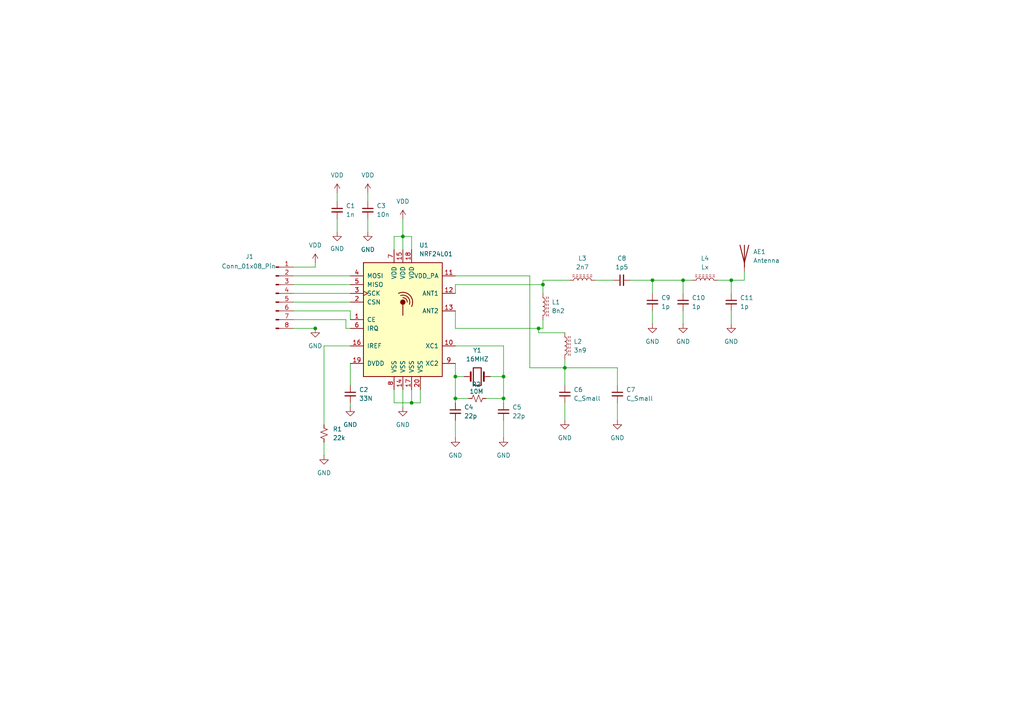
<source format=kicad_sch>
(kicad_sch
	(version 20231120)
	(generator "eeschema")
	(generator_version "8.0")
	(uuid "59c20bcb-82be-4fba-baca-236a25081499")
	(paper "A4")
	(lib_symbols
		(symbol "Connector:Conn_01x08_Pin"
			(pin_names
				(offset 1.016) hide)
			(exclude_from_sim no)
			(in_bom yes)
			(on_board yes)
			(property "Reference" "J"
				(at 0 10.16 0)
				(effects
					(font
						(size 1.27 1.27)
					)
				)
			)
			(property "Value" "Conn_01x08_Pin"
				(at 0 -12.7 0)
				(effects
					(font
						(size 1.27 1.27)
					)
				)
			)
			(property "Footprint" ""
				(at 0 0 0)
				(effects
					(font
						(size 1.27 1.27)
					)
					(hide yes)
				)
			)
			(property "Datasheet" "~"
				(at 0 0 0)
				(effects
					(font
						(size 1.27 1.27)
					)
					(hide yes)
				)
			)
			(property "Description" "Generic connector, single row, 01x08, script generated"
				(at 0 0 0)
				(effects
					(font
						(size 1.27 1.27)
					)
					(hide yes)
				)
			)
			(property "ki_locked" ""
				(at 0 0 0)
				(effects
					(font
						(size 1.27 1.27)
					)
				)
			)
			(property "ki_keywords" "connector"
				(at 0 0 0)
				(effects
					(font
						(size 1.27 1.27)
					)
					(hide yes)
				)
			)
			(property "ki_fp_filters" "Connector*:*_1x??_*"
				(at 0 0 0)
				(effects
					(font
						(size 1.27 1.27)
					)
					(hide yes)
				)
			)
			(symbol "Conn_01x08_Pin_1_1"
				(polyline
					(pts
						(xy 1.27 -10.16) (xy 0.8636 -10.16)
					)
					(stroke
						(width 0.1524)
						(type default)
					)
					(fill
						(type none)
					)
				)
				(polyline
					(pts
						(xy 1.27 -7.62) (xy 0.8636 -7.62)
					)
					(stroke
						(width 0.1524)
						(type default)
					)
					(fill
						(type none)
					)
				)
				(polyline
					(pts
						(xy 1.27 -5.08) (xy 0.8636 -5.08)
					)
					(stroke
						(width 0.1524)
						(type default)
					)
					(fill
						(type none)
					)
				)
				(polyline
					(pts
						(xy 1.27 -2.54) (xy 0.8636 -2.54)
					)
					(stroke
						(width 0.1524)
						(type default)
					)
					(fill
						(type none)
					)
				)
				(polyline
					(pts
						(xy 1.27 0) (xy 0.8636 0)
					)
					(stroke
						(width 0.1524)
						(type default)
					)
					(fill
						(type none)
					)
				)
				(polyline
					(pts
						(xy 1.27 2.54) (xy 0.8636 2.54)
					)
					(stroke
						(width 0.1524)
						(type default)
					)
					(fill
						(type none)
					)
				)
				(polyline
					(pts
						(xy 1.27 5.08) (xy 0.8636 5.08)
					)
					(stroke
						(width 0.1524)
						(type default)
					)
					(fill
						(type none)
					)
				)
				(polyline
					(pts
						(xy 1.27 7.62) (xy 0.8636 7.62)
					)
					(stroke
						(width 0.1524)
						(type default)
					)
					(fill
						(type none)
					)
				)
				(rectangle
					(start 0.8636 -10.033)
					(end 0 -10.287)
					(stroke
						(width 0.1524)
						(type default)
					)
					(fill
						(type outline)
					)
				)
				(rectangle
					(start 0.8636 -7.493)
					(end 0 -7.747)
					(stroke
						(width 0.1524)
						(type default)
					)
					(fill
						(type outline)
					)
				)
				(rectangle
					(start 0.8636 -4.953)
					(end 0 -5.207)
					(stroke
						(width 0.1524)
						(type default)
					)
					(fill
						(type outline)
					)
				)
				(rectangle
					(start 0.8636 -2.413)
					(end 0 -2.667)
					(stroke
						(width 0.1524)
						(type default)
					)
					(fill
						(type outline)
					)
				)
				(rectangle
					(start 0.8636 0.127)
					(end 0 -0.127)
					(stroke
						(width 0.1524)
						(type default)
					)
					(fill
						(type outline)
					)
				)
				(rectangle
					(start 0.8636 2.667)
					(end 0 2.413)
					(stroke
						(width 0.1524)
						(type default)
					)
					(fill
						(type outline)
					)
				)
				(rectangle
					(start 0.8636 5.207)
					(end 0 4.953)
					(stroke
						(width 0.1524)
						(type default)
					)
					(fill
						(type outline)
					)
				)
				(rectangle
					(start 0.8636 7.747)
					(end 0 7.493)
					(stroke
						(width 0.1524)
						(type default)
					)
					(fill
						(type outline)
					)
				)
				(pin passive line
					(at 5.08 7.62 180)
					(length 3.81)
					(name "Pin_1"
						(effects
							(font
								(size 1.27 1.27)
							)
						)
					)
					(number "1"
						(effects
							(font
								(size 1.27 1.27)
							)
						)
					)
				)
				(pin passive line
					(at 5.08 5.08 180)
					(length 3.81)
					(name "Pin_2"
						(effects
							(font
								(size 1.27 1.27)
							)
						)
					)
					(number "2"
						(effects
							(font
								(size 1.27 1.27)
							)
						)
					)
				)
				(pin passive line
					(at 5.08 2.54 180)
					(length 3.81)
					(name "Pin_3"
						(effects
							(font
								(size 1.27 1.27)
							)
						)
					)
					(number "3"
						(effects
							(font
								(size 1.27 1.27)
							)
						)
					)
				)
				(pin passive line
					(at 5.08 0 180)
					(length 3.81)
					(name "Pin_4"
						(effects
							(font
								(size 1.27 1.27)
							)
						)
					)
					(number "4"
						(effects
							(font
								(size 1.27 1.27)
							)
						)
					)
				)
				(pin passive line
					(at 5.08 -2.54 180)
					(length 3.81)
					(name "Pin_5"
						(effects
							(font
								(size 1.27 1.27)
							)
						)
					)
					(number "5"
						(effects
							(font
								(size 1.27 1.27)
							)
						)
					)
				)
				(pin passive line
					(at 5.08 -5.08 180)
					(length 3.81)
					(name "Pin_6"
						(effects
							(font
								(size 1.27 1.27)
							)
						)
					)
					(number "6"
						(effects
							(font
								(size 1.27 1.27)
							)
						)
					)
				)
				(pin passive line
					(at 5.08 -7.62 180)
					(length 3.81)
					(name "Pin_7"
						(effects
							(font
								(size 1.27 1.27)
							)
						)
					)
					(number "7"
						(effects
							(font
								(size 1.27 1.27)
							)
						)
					)
				)
				(pin passive line
					(at 5.08 -10.16 180)
					(length 3.81)
					(name "Pin_8"
						(effects
							(font
								(size 1.27 1.27)
							)
						)
					)
					(number "8"
						(effects
							(font
								(size 1.27 1.27)
							)
						)
					)
				)
			)
		)
		(symbol "Device:Antenna"
			(pin_numbers hide)
			(pin_names
				(offset 1.016) hide)
			(exclude_from_sim no)
			(in_bom yes)
			(on_board yes)
			(property "Reference" "AE"
				(at -1.905 1.905 0)
				(effects
					(font
						(size 1.27 1.27)
					)
					(justify right)
				)
			)
			(property "Value" "Antenna"
				(at -1.905 0 0)
				(effects
					(font
						(size 1.27 1.27)
					)
					(justify right)
				)
			)
			(property "Footprint" ""
				(at 0 0 0)
				(effects
					(font
						(size 1.27 1.27)
					)
					(hide yes)
				)
			)
			(property "Datasheet" "~"
				(at 0 0 0)
				(effects
					(font
						(size 1.27 1.27)
					)
					(hide yes)
				)
			)
			(property "Description" "Antenna"
				(at 0 0 0)
				(effects
					(font
						(size 1.27 1.27)
					)
					(hide yes)
				)
			)
			(property "ki_keywords" "antenna"
				(at 0 0 0)
				(effects
					(font
						(size 1.27 1.27)
					)
					(hide yes)
				)
			)
			(symbol "Antenna_0_1"
				(polyline
					(pts
						(xy 0 2.54) (xy 0 -3.81)
					)
					(stroke
						(width 0.254)
						(type default)
					)
					(fill
						(type none)
					)
				)
				(polyline
					(pts
						(xy 1.27 2.54) (xy 0 -2.54) (xy -1.27 2.54)
					)
					(stroke
						(width 0.254)
						(type default)
					)
					(fill
						(type none)
					)
				)
			)
			(symbol "Antenna_1_1"
				(pin input line
					(at 0 -5.08 90)
					(length 2.54)
					(name "A"
						(effects
							(font
								(size 1.27 1.27)
							)
						)
					)
					(number "1"
						(effects
							(font
								(size 1.27 1.27)
							)
						)
					)
				)
			)
		)
		(symbol "Device:C_Small"
			(pin_numbers hide)
			(pin_names
				(offset 0.254) hide)
			(exclude_from_sim no)
			(in_bom yes)
			(on_board yes)
			(property "Reference" "C"
				(at 0.254 1.778 0)
				(effects
					(font
						(size 1.27 1.27)
					)
					(justify left)
				)
			)
			(property "Value" "C_Small"
				(at 0.254 -2.032 0)
				(effects
					(font
						(size 1.27 1.27)
					)
					(justify left)
				)
			)
			(property "Footprint" ""
				(at 0 0 0)
				(effects
					(font
						(size 1.27 1.27)
					)
					(hide yes)
				)
			)
			(property "Datasheet" "~"
				(at 0 0 0)
				(effects
					(font
						(size 1.27 1.27)
					)
					(hide yes)
				)
			)
			(property "Description" "Unpolarized capacitor, small symbol"
				(at 0 0 0)
				(effects
					(font
						(size 1.27 1.27)
					)
					(hide yes)
				)
			)
			(property "ki_keywords" "capacitor cap"
				(at 0 0 0)
				(effects
					(font
						(size 1.27 1.27)
					)
					(hide yes)
				)
			)
			(property "ki_fp_filters" "C_*"
				(at 0 0 0)
				(effects
					(font
						(size 1.27 1.27)
					)
					(hide yes)
				)
			)
			(symbol "C_Small_0_1"
				(polyline
					(pts
						(xy -1.524 -0.508) (xy 1.524 -0.508)
					)
					(stroke
						(width 0.3302)
						(type default)
					)
					(fill
						(type none)
					)
				)
				(polyline
					(pts
						(xy -1.524 0.508) (xy 1.524 0.508)
					)
					(stroke
						(width 0.3048)
						(type default)
					)
					(fill
						(type none)
					)
				)
			)
			(symbol "C_Small_1_1"
				(pin passive line
					(at 0 2.54 270)
					(length 2.032)
					(name "~"
						(effects
							(font
								(size 1.27 1.27)
							)
						)
					)
					(number "1"
						(effects
							(font
								(size 1.27 1.27)
							)
						)
					)
				)
				(pin passive line
					(at 0 -2.54 90)
					(length 2.032)
					(name "~"
						(effects
							(font
								(size 1.27 1.27)
							)
						)
					)
					(number "2"
						(effects
							(font
								(size 1.27 1.27)
							)
						)
					)
				)
			)
		)
		(symbol "Device:Crystal"
			(pin_numbers hide)
			(pin_names
				(offset 1.016) hide)
			(exclude_from_sim no)
			(in_bom yes)
			(on_board yes)
			(property "Reference" "Y"
				(at 0 3.81 0)
				(effects
					(font
						(size 1.27 1.27)
					)
				)
			)
			(property "Value" "Crystal"
				(at 0 -3.81 0)
				(effects
					(font
						(size 1.27 1.27)
					)
				)
			)
			(property "Footprint" ""
				(at 0 0 0)
				(effects
					(font
						(size 1.27 1.27)
					)
					(hide yes)
				)
			)
			(property "Datasheet" "~"
				(at 0 0 0)
				(effects
					(font
						(size 1.27 1.27)
					)
					(hide yes)
				)
			)
			(property "Description" "Two pin crystal"
				(at 0 0 0)
				(effects
					(font
						(size 1.27 1.27)
					)
					(hide yes)
				)
			)
			(property "ki_keywords" "quartz ceramic resonator oscillator"
				(at 0 0 0)
				(effects
					(font
						(size 1.27 1.27)
					)
					(hide yes)
				)
			)
			(property "ki_fp_filters" "Crystal*"
				(at 0 0 0)
				(effects
					(font
						(size 1.27 1.27)
					)
					(hide yes)
				)
			)
			(symbol "Crystal_0_1"
				(rectangle
					(start -1.143 2.54)
					(end 1.143 -2.54)
					(stroke
						(width 0.3048)
						(type default)
					)
					(fill
						(type none)
					)
				)
				(polyline
					(pts
						(xy -2.54 0) (xy -1.905 0)
					)
					(stroke
						(width 0)
						(type default)
					)
					(fill
						(type none)
					)
				)
				(polyline
					(pts
						(xy -1.905 -1.27) (xy -1.905 1.27)
					)
					(stroke
						(width 0.508)
						(type default)
					)
					(fill
						(type none)
					)
				)
				(polyline
					(pts
						(xy 1.905 -1.27) (xy 1.905 1.27)
					)
					(stroke
						(width 0.508)
						(type default)
					)
					(fill
						(type none)
					)
				)
				(polyline
					(pts
						(xy 2.54 0) (xy 1.905 0)
					)
					(stroke
						(width 0)
						(type default)
					)
					(fill
						(type none)
					)
				)
			)
			(symbol "Crystal_1_1"
				(pin passive line
					(at -3.81 0 0)
					(length 1.27)
					(name "1"
						(effects
							(font
								(size 1.27 1.27)
							)
						)
					)
					(number "1"
						(effects
							(font
								(size 1.27 1.27)
							)
						)
					)
				)
				(pin passive line
					(at 3.81 0 180)
					(length 1.27)
					(name "2"
						(effects
							(font
								(size 1.27 1.27)
							)
						)
					)
					(number "2"
						(effects
							(font
								(size 1.27 1.27)
							)
						)
					)
				)
			)
		)
		(symbol "Device:L_Ferrite"
			(pin_numbers hide)
			(pin_names
				(offset 1.016) hide)
			(exclude_from_sim no)
			(in_bom yes)
			(on_board yes)
			(property "Reference" "L"
				(at -1.27 0 90)
				(effects
					(font
						(size 1.27 1.27)
					)
				)
			)
			(property "Value" "L_Ferrite"
				(at 2.794 0 90)
				(effects
					(font
						(size 1.27 1.27)
					)
				)
			)
			(property "Footprint" ""
				(at 0 0 0)
				(effects
					(font
						(size 1.27 1.27)
					)
					(hide yes)
				)
			)
			(property "Datasheet" "~"
				(at 0 0 0)
				(effects
					(font
						(size 1.27 1.27)
					)
					(hide yes)
				)
			)
			(property "Description" "Inductor with ferrite core"
				(at 0 0 0)
				(effects
					(font
						(size 1.27 1.27)
					)
					(hide yes)
				)
			)
			(property "ki_keywords" "inductor choke coil reactor magnetic"
				(at 0 0 0)
				(effects
					(font
						(size 1.27 1.27)
					)
					(hide yes)
				)
			)
			(property "ki_fp_filters" "Choke_* *Coil* Inductor_* L_*"
				(at 0 0 0)
				(effects
					(font
						(size 1.27 1.27)
					)
					(hide yes)
				)
			)
			(symbol "L_Ferrite_0_1"
				(arc
					(start 0 -2.54)
					(mid 0.6323 -1.905)
					(end 0 -1.27)
					(stroke
						(width 0)
						(type default)
					)
					(fill
						(type none)
					)
				)
				(arc
					(start 0 -1.27)
					(mid 0.6323 -0.635)
					(end 0 0)
					(stroke
						(width 0)
						(type default)
					)
					(fill
						(type none)
					)
				)
				(polyline
					(pts
						(xy 1.016 -2.794) (xy 1.016 -2.286)
					)
					(stroke
						(width 0)
						(type default)
					)
					(fill
						(type none)
					)
				)
				(polyline
					(pts
						(xy 1.016 -1.778) (xy 1.016 -1.27)
					)
					(stroke
						(width 0)
						(type default)
					)
					(fill
						(type none)
					)
				)
				(polyline
					(pts
						(xy 1.016 -0.762) (xy 1.016 -0.254)
					)
					(stroke
						(width 0)
						(type default)
					)
					(fill
						(type none)
					)
				)
				(polyline
					(pts
						(xy 1.016 0.254) (xy 1.016 0.762)
					)
					(stroke
						(width 0)
						(type default)
					)
					(fill
						(type none)
					)
				)
				(polyline
					(pts
						(xy 1.016 1.27) (xy 1.016 1.778)
					)
					(stroke
						(width 0)
						(type default)
					)
					(fill
						(type none)
					)
				)
				(polyline
					(pts
						(xy 1.016 2.286) (xy 1.016 2.794)
					)
					(stroke
						(width 0)
						(type default)
					)
					(fill
						(type none)
					)
				)
				(polyline
					(pts
						(xy 1.524 -2.286) (xy 1.524 -2.794)
					)
					(stroke
						(width 0)
						(type default)
					)
					(fill
						(type none)
					)
				)
				(polyline
					(pts
						(xy 1.524 -1.27) (xy 1.524 -1.778)
					)
					(stroke
						(width 0)
						(type default)
					)
					(fill
						(type none)
					)
				)
				(polyline
					(pts
						(xy 1.524 -0.254) (xy 1.524 -0.762)
					)
					(stroke
						(width 0)
						(type default)
					)
					(fill
						(type none)
					)
				)
				(polyline
					(pts
						(xy 1.524 0.762) (xy 1.524 0.254)
					)
					(stroke
						(width 0)
						(type default)
					)
					(fill
						(type none)
					)
				)
				(polyline
					(pts
						(xy 1.524 1.778) (xy 1.524 1.27)
					)
					(stroke
						(width 0)
						(type default)
					)
					(fill
						(type none)
					)
				)
				(polyline
					(pts
						(xy 1.524 2.794) (xy 1.524 2.286)
					)
					(stroke
						(width 0)
						(type default)
					)
					(fill
						(type none)
					)
				)
				(arc
					(start 0 0)
					(mid 0.6323 0.635)
					(end 0 1.27)
					(stroke
						(width 0)
						(type default)
					)
					(fill
						(type none)
					)
				)
				(arc
					(start 0 1.27)
					(mid 0.6323 1.905)
					(end 0 2.54)
					(stroke
						(width 0)
						(type default)
					)
					(fill
						(type none)
					)
				)
			)
			(symbol "L_Ferrite_1_1"
				(pin passive line
					(at 0 3.81 270)
					(length 1.27)
					(name "1"
						(effects
							(font
								(size 1.27 1.27)
							)
						)
					)
					(number "1"
						(effects
							(font
								(size 1.27 1.27)
							)
						)
					)
				)
				(pin passive line
					(at 0 -3.81 90)
					(length 1.27)
					(name "2"
						(effects
							(font
								(size 1.27 1.27)
							)
						)
					)
					(number "2"
						(effects
							(font
								(size 1.27 1.27)
							)
						)
					)
				)
			)
		)
		(symbol "Device:R_Small_US"
			(pin_numbers hide)
			(pin_names
				(offset 0.254) hide)
			(exclude_from_sim no)
			(in_bom yes)
			(on_board yes)
			(property "Reference" "R"
				(at 0.762 0.508 0)
				(effects
					(font
						(size 1.27 1.27)
					)
					(justify left)
				)
			)
			(property "Value" "R_Small_US"
				(at 0.762 -1.016 0)
				(effects
					(font
						(size 1.27 1.27)
					)
					(justify left)
				)
			)
			(property "Footprint" ""
				(at 0 0 0)
				(effects
					(font
						(size 1.27 1.27)
					)
					(hide yes)
				)
			)
			(property "Datasheet" "~"
				(at 0 0 0)
				(effects
					(font
						(size 1.27 1.27)
					)
					(hide yes)
				)
			)
			(property "Description" "Resistor, small US symbol"
				(at 0 0 0)
				(effects
					(font
						(size 1.27 1.27)
					)
					(hide yes)
				)
			)
			(property "ki_keywords" "r resistor"
				(at 0 0 0)
				(effects
					(font
						(size 1.27 1.27)
					)
					(hide yes)
				)
			)
			(property "ki_fp_filters" "R_*"
				(at 0 0 0)
				(effects
					(font
						(size 1.27 1.27)
					)
					(hide yes)
				)
			)
			(symbol "R_Small_US_1_1"
				(polyline
					(pts
						(xy 0 0) (xy 1.016 -0.381) (xy 0 -0.762) (xy -1.016 -1.143) (xy 0 -1.524)
					)
					(stroke
						(width 0)
						(type default)
					)
					(fill
						(type none)
					)
				)
				(polyline
					(pts
						(xy 0 1.524) (xy 1.016 1.143) (xy 0 0.762) (xy -1.016 0.381) (xy 0 0)
					)
					(stroke
						(width 0)
						(type default)
					)
					(fill
						(type none)
					)
				)
				(pin passive line
					(at 0 2.54 270)
					(length 1.016)
					(name "~"
						(effects
							(font
								(size 1.27 1.27)
							)
						)
					)
					(number "1"
						(effects
							(font
								(size 1.27 1.27)
							)
						)
					)
				)
				(pin passive line
					(at 0 -2.54 90)
					(length 1.016)
					(name "~"
						(effects
							(font
								(size 1.27 1.27)
							)
						)
					)
					(number "2"
						(effects
							(font
								(size 1.27 1.27)
							)
						)
					)
				)
			)
		)
		(symbol "RF:NRF24L01"
			(pin_names
				(offset 1.016)
			)
			(exclude_from_sim no)
			(in_bom yes)
			(on_board yes)
			(property "Reference" "U"
				(at -11.43 17.78 0)
				(effects
					(font
						(size 1.27 1.27)
					)
					(justify left)
				)
			)
			(property "Value" "NRF24L01"
				(at 5.08 17.78 0)
				(effects
					(font
						(size 1.27 1.27)
					)
					(justify left)
				)
			)
			(property "Footprint" "Package_DFN_QFN:QFN-20-1EP_4x4mm_P0.5mm_EP2.5x2.5mm"
				(at 5.08 20.32 0)
				(effects
					(font
						(size 1.27 1.27)
						(italic yes)
					)
					(justify left)
					(hide yes)
				)
			)
			(property "Datasheet" "http://www.nordicsemi.com/eng/content/download/2730/34105/file/nRF24L01_Product_Specification_v2_0.pdf"
				(at 0 2.54 0)
				(effects
					(font
						(size 1.27 1.27)
					)
					(hide yes)
				)
			)
			(property "Description" "Ultra low power 2.4GHz RF Transceiver, QFN-20"
				(at 0 0 0)
				(effects
					(font
						(size 1.27 1.27)
					)
					(hide yes)
				)
			)
			(property "ki_keywords" "Low Power RF Transceiver"
				(at 0 0 0)
				(effects
					(font
						(size 1.27 1.27)
					)
					(hide yes)
				)
			)
			(property "ki_fp_filters" "QFN*4x4*0.5mm*"
				(at 0 0 0)
				(effects
					(font
						(size 1.27 1.27)
					)
					(hide yes)
				)
			)
			(symbol "NRF24L01_0_1"
				(rectangle
					(start -11.43 16.51)
					(end 11.43 -16.51)
					(stroke
						(width 0.254)
						(type default)
					)
					(fill
						(type background)
					)
				)
				(polyline
					(pts
						(xy 0 4.445) (xy 0 1.27)
					)
					(stroke
						(width 0.254)
						(type default)
					)
					(fill
						(type none)
					)
				)
				(circle
					(center 0 5.08)
					(radius 0.635)
					(stroke
						(width 0.254)
						(type default)
					)
					(fill
						(type outline)
					)
				)
				(arc
					(start 1.27 5.08)
					(mid 0.9071 5.9946)
					(end 0 6.35)
					(stroke
						(width 0.254)
						(type default)
					)
					(fill
						(type none)
					)
				)
				(arc
					(start 1.905 4.445)
					(mid 1.4313 6.5254)
					(end -0.635 6.985)
					(stroke
						(width 0.254)
						(type default)
					)
					(fill
						(type none)
					)
				)
				(arc
					(start 2.54 3.81)
					(mid 2.008 7.088)
					(end -1.27 7.62)
					(stroke
						(width 0.254)
						(type default)
					)
					(fill
						(type none)
					)
				)
				(rectangle
					(start 11.43 -13.97)
					(end 11.43 -13.97)
					(stroke
						(width 0)
						(type default)
					)
					(fill
						(type none)
					)
				)
			)
			(symbol "NRF24L01_1_1"
				(pin input line
					(at -15.24 0 0)
					(length 3.81)
					(name "CE"
						(effects
							(font
								(size 1.27 1.27)
							)
						)
					)
					(number "1"
						(effects
							(font
								(size 1.27 1.27)
							)
						)
					)
				)
				(pin passive line
					(at 15.24 -7.62 180)
					(length 3.81)
					(name "XC1"
						(effects
							(font
								(size 1.27 1.27)
							)
						)
					)
					(number "10"
						(effects
							(font
								(size 1.27 1.27)
							)
						)
					)
				)
				(pin power_out line
					(at 15.24 12.7 180)
					(length 3.81)
					(name "VDD_PA"
						(effects
							(font
								(size 1.27 1.27)
							)
						)
					)
					(number "11"
						(effects
							(font
								(size 1.27 1.27)
							)
						)
					)
				)
				(pin passive line
					(at 15.24 7.62 180)
					(length 3.81)
					(name "ANT1"
						(effects
							(font
								(size 1.27 1.27)
							)
						)
					)
					(number "12"
						(effects
							(font
								(size 1.27 1.27)
							)
						)
					)
				)
				(pin passive line
					(at 15.24 2.54 180)
					(length 3.81)
					(name "ANT2"
						(effects
							(font
								(size 1.27 1.27)
							)
						)
					)
					(number "13"
						(effects
							(font
								(size 1.27 1.27)
							)
						)
					)
				)
				(pin power_in line
					(at 0 -20.32 90)
					(length 3.81)
					(name "VSS"
						(effects
							(font
								(size 1.27 1.27)
							)
						)
					)
					(number "14"
						(effects
							(font
								(size 1.27 1.27)
							)
						)
					)
				)
				(pin power_in line
					(at 0 20.32 270)
					(length 3.81)
					(name "VDD"
						(effects
							(font
								(size 1.27 1.27)
							)
						)
					)
					(number "15"
						(effects
							(font
								(size 1.27 1.27)
							)
						)
					)
				)
				(pin passive line
					(at -15.24 -7.62 0)
					(length 3.81)
					(name "IREF"
						(effects
							(font
								(size 1.27 1.27)
							)
						)
					)
					(number "16"
						(effects
							(font
								(size 1.27 1.27)
							)
						)
					)
				)
				(pin power_in line
					(at 2.54 -20.32 90)
					(length 3.81)
					(name "VSS"
						(effects
							(font
								(size 1.27 1.27)
							)
						)
					)
					(number "17"
						(effects
							(font
								(size 1.27 1.27)
							)
						)
					)
				)
				(pin power_in line
					(at 2.54 20.32 270)
					(length 3.81)
					(name "VDD"
						(effects
							(font
								(size 1.27 1.27)
							)
						)
					)
					(number "18"
						(effects
							(font
								(size 1.27 1.27)
							)
						)
					)
				)
				(pin power_out line
					(at -15.24 -12.7 0)
					(length 3.81)
					(name "DVDD"
						(effects
							(font
								(size 1.27 1.27)
							)
						)
					)
					(number "19"
						(effects
							(font
								(size 1.27 1.27)
							)
						)
					)
				)
				(pin input line
					(at -15.24 5.08 0)
					(length 3.81)
					(name "CSN"
						(effects
							(font
								(size 1.27 1.27)
							)
						)
					)
					(number "2"
						(effects
							(font
								(size 1.27 1.27)
							)
						)
					)
				)
				(pin power_in line
					(at 5.08 -20.32 90)
					(length 3.81)
					(name "VSS"
						(effects
							(font
								(size 1.27 1.27)
							)
						)
					)
					(number "20"
						(effects
							(font
								(size 1.27 1.27)
							)
						)
					)
				)
				(pin input clock
					(at -15.24 7.62 0)
					(length 3.81)
					(name "SCK"
						(effects
							(font
								(size 1.27 1.27)
							)
						)
					)
					(number "3"
						(effects
							(font
								(size 1.27 1.27)
							)
						)
					)
				)
				(pin input line
					(at -15.24 12.7 0)
					(length 3.81)
					(name "MOSI"
						(effects
							(font
								(size 1.27 1.27)
							)
						)
					)
					(number "4"
						(effects
							(font
								(size 1.27 1.27)
							)
						)
					)
				)
				(pin output line
					(at -15.24 10.16 0)
					(length 3.81)
					(name "MISO"
						(effects
							(font
								(size 1.27 1.27)
							)
						)
					)
					(number "5"
						(effects
							(font
								(size 1.27 1.27)
							)
						)
					)
				)
				(pin output line
					(at -15.24 -2.54 0)
					(length 3.81)
					(name "IRQ"
						(effects
							(font
								(size 1.27 1.27)
							)
						)
					)
					(number "6"
						(effects
							(font
								(size 1.27 1.27)
							)
						)
					)
				)
				(pin power_in line
					(at -2.54 20.32 270)
					(length 3.81)
					(name "VDD"
						(effects
							(font
								(size 1.27 1.27)
							)
						)
					)
					(number "7"
						(effects
							(font
								(size 1.27 1.27)
							)
						)
					)
				)
				(pin power_in line
					(at -2.54 -20.32 90)
					(length 3.81)
					(name "VSS"
						(effects
							(font
								(size 1.27 1.27)
							)
						)
					)
					(number "8"
						(effects
							(font
								(size 1.27 1.27)
							)
						)
					)
				)
				(pin passive line
					(at 15.24 -12.7 180)
					(length 3.81)
					(name "XC2"
						(effects
							(font
								(size 1.27 1.27)
							)
						)
					)
					(number "9"
						(effects
							(font
								(size 1.27 1.27)
							)
						)
					)
				)
			)
		)
		(symbol "power:GND"
			(power)
			(pin_numbers hide)
			(pin_names
				(offset 0) hide)
			(exclude_from_sim no)
			(in_bom yes)
			(on_board yes)
			(property "Reference" "#PWR"
				(at 0 -6.35 0)
				(effects
					(font
						(size 1.27 1.27)
					)
					(hide yes)
				)
			)
			(property "Value" "GND"
				(at 0 -3.81 0)
				(effects
					(font
						(size 1.27 1.27)
					)
				)
			)
			(property "Footprint" ""
				(at 0 0 0)
				(effects
					(font
						(size 1.27 1.27)
					)
					(hide yes)
				)
			)
			(property "Datasheet" ""
				(at 0 0 0)
				(effects
					(font
						(size 1.27 1.27)
					)
					(hide yes)
				)
			)
			(property "Description" "Power symbol creates a global label with name \"GND\" , ground"
				(at 0 0 0)
				(effects
					(font
						(size 1.27 1.27)
					)
					(hide yes)
				)
			)
			(property "ki_keywords" "global power"
				(at 0 0 0)
				(effects
					(font
						(size 1.27 1.27)
					)
					(hide yes)
				)
			)
			(symbol "GND_0_1"
				(polyline
					(pts
						(xy 0 0) (xy 0 -1.27) (xy 1.27 -1.27) (xy 0 -2.54) (xy -1.27 -1.27) (xy 0 -1.27)
					)
					(stroke
						(width 0)
						(type default)
					)
					(fill
						(type none)
					)
				)
			)
			(symbol "GND_1_1"
				(pin power_in line
					(at 0 0 270)
					(length 0)
					(name "~"
						(effects
							(font
								(size 1.27 1.27)
							)
						)
					)
					(number "1"
						(effects
							(font
								(size 1.27 1.27)
							)
						)
					)
				)
			)
		)
		(symbol "power:VDD"
			(power)
			(pin_numbers hide)
			(pin_names
				(offset 0) hide)
			(exclude_from_sim no)
			(in_bom yes)
			(on_board yes)
			(property "Reference" "#PWR"
				(at 0 -3.81 0)
				(effects
					(font
						(size 1.27 1.27)
					)
					(hide yes)
				)
			)
			(property "Value" "VDD"
				(at 0 3.556 0)
				(effects
					(font
						(size 1.27 1.27)
					)
				)
			)
			(property "Footprint" ""
				(at 0 0 0)
				(effects
					(font
						(size 1.27 1.27)
					)
					(hide yes)
				)
			)
			(property "Datasheet" ""
				(at 0 0 0)
				(effects
					(font
						(size 1.27 1.27)
					)
					(hide yes)
				)
			)
			(property "Description" "Power symbol creates a global label with name \"VDD\""
				(at 0 0 0)
				(effects
					(font
						(size 1.27 1.27)
					)
					(hide yes)
				)
			)
			(property "ki_keywords" "global power"
				(at 0 0 0)
				(effects
					(font
						(size 1.27 1.27)
					)
					(hide yes)
				)
			)
			(symbol "VDD_0_1"
				(polyline
					(pts
						(xy -0.762 1.27) (xy 0 2.54)
					)
					(stroke
						(width 0)
						(type default)
					)
					(fill
						(type none)
					)
				)
				(polyline
					(pts
						(xy 0 0) (xy 0 2.54)
					)
					(stroke
						(width 0)
						(type default)
					)
					(fill
						(type none)
					)
				)
				(polyline
					(pts
						(xy 0 2.54) (xy 0.762 1.27)
					)
					(stroke
						(width 0)
						(type default)
					)
					(fill
						(type none)
					)
				)
			)
			(symbol "VDD_1_1"
				(pin power_in line
					(at 0 0 90)
					(length 0)
					(name "~"
						(effects
							(font
								(size 1.27 1.27)
							)
						)
					)
					(number "1"
						(effects
							(font
								(size 1.27 1.27)
							)
						)
					)
				)
			)
		)
	)
	(junction
		(at 189.23 81.28)
		(diameter 0)
		(color 0 0 0 0)
		(uuid "13590164-afa9-4696-9045-722d2f937dfa")
	)
	(junction
		(at 146.05 115.57)
		(diameter 0)
		(color 0 0 0 0)
		(uuid "249409fb-7bd2-4172-9edc-e97b87011145")
	)
	(junction
		(at 132.08 109.22)
		(diameter 0)
		(color 0 0 0 0)
		(uuid "2a035b11-5697-4b3f-926e-75cda17a5faa")
	)
	(junction
		(at 91.44 95.25)
		(diameter 0)
		(color 0 0 0 0)
		(uuid "594fed0f-6345-455a-9bf3-e9a403eeb428")
	)
	(junction
		(at 116.84 68.58)
		(diameter 0)
		(color 0 0 0 0)
		(uuid "5b0d4982-268a-4544-8799-c36fa7f547eb")
	)
	(junction
		(at 212.09 81.28)
		(diameter 0)
		(color 0 0 0 0)
		(uuid "73c0791b-9495-4acc-9988-1c77025cab93")
	)
	(junction
		(at 198.12 81.28)
		(diameter 0)
		(color 0 0 0 0)
		(uuid "b73b9c1a-2bf0-4884-8fbf-50dba33ab7e3")
	)
	(junction
		(at 157.48 82.55)
		(diameter 0)
		(color 0 0 0 0)
		(uuid "c3d32629-386c-4f7e-9964-d49ec750741a")
	)
	(junction
		(at 156.21 95.25)
		(diameter 0)
		(color 0 0 0 0)
		(uuid "c5c82fef-b5b4-4930-bff8-6a15ab18b027")
	)
	(junction
		(at 119.38 116.84)
		(diameter 0)
		(color 0 0 0 0)
		(uuid "d53b750e-ad02-4aa3-a55e-8f496819f8fa")
	)
	(junction
		(at 132.08 115.57)
		(diameter 0)
		(color 0 0 0 0)
		(uuid "debd03e2-d42e-4970-baa2-d59d6b9de9c3")
	)
	(junction
		(at 146.05 109.22)
		(diameter 0)
		(color 0 0 0 0)
		(uuid "f258877c-1d3d-474c-9cbb-bc40eacfc561")
	)
	(junction
		(at 163.83 106.68)
		(diameter 0)
		(color 0 0 0 0)
		(uuid "f73a8d41-6c65-4b29-8374-ff39c635ecfc")
	)
	(wire
		(pts
			(xy 101.6 116.84) (xy 101.6 118.11)
		)
		(stroke
			(width 0)
			(type default)
		)
		(uuid "00260ca2-103e-4787-bcd1-2295897d8fa1")
	)
	(wire
		(pts
			(xy 132.08 80.01) (xy 153.67 80.01)
		)
		(stroke
			(width 0)
			(type default)
		)
		(uuid "01deede4-2d16-4edf-b363-6c1ecc3471ad")
	)
	(wire
		(pts
			(xy 116.84 68.58) (xy 116.84 72.39)
		)
		(stroke
			(width 0)
			(type default)
		)
		(uuid "09048a31-4386-4807-b8e9-f0622708a734")
	)
	(wire
		(pts
			(xy 106.68 63.5) (xy 106.68 67.31)
		)
		(stroke
			(width 0)
			(type default)
		)
		(uuid "0940572c-53e5-4e17-8ee0-ceb74ac65dcf")
	)
	(wire
		(pts
			(xy 142.24 109.22) (xy 146.05 109.22)
		)
		(stroke
			(width 0)
			(type default)
		)
		(uuid "09a0bf6c-262a-40d0-9e9f-98ba14501fff")
	)
	(wire
		(pts
			(xy 157.48 81.28) (xy 157.48 82.55)
		)
		(stroke
			(width 0)
			(type default)
		)
		(uuid "11f1768d-9fff-4735-9dce-72bbbfef7ae3")
	)
	(wire
		(pts
			(xy 215.9 78.74) (xy 215.9 81.28)
		)
		(stroke
			(width 0)
			(type default)
		)
		(uuid "151a09e9-21aa-46c9-980f-88a1495a7b9d")
	)
	(wire
		(pts
			(xy 132.08 109.22) (xy 132.08 115.57)
		)
		(stroke
			(width 0)
			(type default)
		)
		(uuid "185dc320-313b-44e5-9412-343937879e15")
	)
	(wire
		(pts
			(xy 85.09 87.63) (xy 101.6 87.63)
		)
		(stroke
			(width 0)
			(type default)
		)
		(uuid "19e7f377-a936-4808-bcf3-922ac59d6893")
	)
	(wire
		(pts
			(xy 163.83 104.14) (xy 163.83 106.68)
		)
		(stroke
			(width 0)
			(type default)
		)
		(uuid "2aca0214-f2b2-47f1-b8f1-9abbb0e94f29")
	)
	(wire
		(pts
			(xy 85.09 77.47) (xy 91.44 77.47)
		)
		(stroke
			(width 0)
			(type default)
		)
		(uuid "2f3a00c8-0d88-47b0-b519-7d705fddbfa4")
	)
	(wire
		(pts
			(xy 163.83 106.68) (xy 179.07 106.68)
		)
		(stroke
			(width 0)
			(type default)
		)
		(uuid "309c1f38-f047-4a89-8bc9-9854d022d973")
	)
	(wire
		(pts
			(xy 208.28 81.28) (xy 212.09 81.28)
		)
		(stroke
			(width 0)
			(type default)
		)
		(uuid "3176bf5a-302b-448c-a7cb-dd4b346a8737")
	)
	(wire
		(pts
			(xy 119.38 113.03) (xy 119.38 116.84)
		)
		(stroke
			(width 0)
			(type default)
		)
		(uuid "3209d880-8fba-442f-8ace-09ce9676c3c7")
	)
	(wire
		(pts
			(xy 132.08 82.55) (xy 157.48 82.55)
		)
		(stroke
			(width 0)
			(type default)
		)
		(uuid "351cddf6-23d0-4d55-b593-4eedd5d6ad40")
	)
	(wire
		(pts
			(xy 163.83 116.84) (xy 163.83 121.92)
		)
		(stroke
			(width 0)
			(type default)
		)
		(uuid "36112734-62db-49b2-af07-2e81d129eabb")
	)
	(wire
		(pts
			(xy 165.1 81.28) (xy 157.48 81.28)
		)
		(stroke
			(width 0)
			(type default)
		)
		(uuid "37e66cac-e59c-4a05-b357-8b507d3f6bd3")
	)
	(wire
		(pts
			(xy 157.48 92.71) (xy 157.48 95.25)
		)
		(stroke
			(width 0)
			(type default)
		)
		(uuid "3a0630d4-e5b3-469e-b29a-00ccb6e6580c")
	)
	(wire
		(pts
			(xy 100.33 92.71) (xy 85.09 92.71)
		)
		(stroke
			(width 0)
			(type default)
		)
		(uuid "3b591493-00c4-4f46-8762-594337a74bc6")
	)
	(wire
		(pts
			(xy 132.08 121.92) (xy 132.08 127)
		)
		(stroke
			(width 0)
			(type default)
		)
		(uuid "3ba19952-26f2-4e3f-806b-d214608b776f")
	)
	(wire
		(pts
			(xy 97.79 55.88) (xy 97.79 58.42)
		)
		(stroke
			(width 0)
			(type default)
		)
		(uuid "3f8d41bd-147f-49e6-96e0-5afbd5a94344")
	)
	(wire
		(pts
			(xy 101.6 105.41) (xy 101.6 111.76)
		)
		(stroke
			(width 0)
			(type default)
		)
		(uuid "4280355e-8e91-49d4-bbfb-d783c7d1d2ab")
	)
	(wire
		(pts
			(xy 156.21 96.52) (xy 156.21 95.25)
		)
		(stroke
			(width 0)
			(type default)
		)
		(uuid "4a5543aa-d8de-471f-87f7-6a1d9784fbcb")
	)
	(wire
		(pts
			(xy 179.07 111.76) (xy 179.07 106.68)
		)
		(stroke
			(width 0)
			(type default)
		)
		(uuid "517ab200-aa32-46ea-8204-3ba2849d8a29")
	)
	(wire
		(pts
			(xy 153.67 106.68) (xy 163.83 106.68)
		)
		(stroke
			(width 0)
			(type default)
		)
		(uuid "56abdf12-4747-4d7d-a6ac-2fea157108e1")
	)
	(wire
		(pts
			(xy 114.3 72.39) (xy 114.3 68.58)
		)
		(stroke
			(width 0)
			(type default)
		)
		(uuid "582aaae8-b76c-4597-9e80-1bbd20b1eac6")
	)
	(wire
		(pts
			(xy 91.44 76.2) (xy 91.44 77.47)
		)
		(stroke
			(width 0)
			(type default)
		)
		(uuid "58876d60-821c-4380-a394-34233d1db4ef")
	)
	(wire
		(pts
			(xy 132.08 100.33) (xy 146.05 100.33)
		)
		(stroke
			(width 0)
			(type default)
		)
		(uuid "5b5fd947-9282-473b-a35a-aa54932129bb")
	)
	(wire
		(pts
			(xy 91.44 95.25) (xy 91.44 96.52)
		)
		(stroke
			(width 0)
			(type default)
		)
		(uuid "5ceecc08-d408-408f-8225-2c9507e9e2e9")
	)
	(wire
		(pts
			(xy 114.3 116.84) (xy 119.38 116.84)
		)
		(stroke
			(width 0)
			(type default)
		)
		(uuid "5d6b2fe8-81b4-44a7-8dfd-541c83b80479")
	)
	(wire
		(pts
			(xy 114.3 113.03) (xy 114.3 116.84)
		)
		(stroke
			(width 0)
			(type default)
		)
		(uuid "61a43c3d-2333-473a-b979-2dbac26efd5a")
	)
	(wire
		(pts
			(xy 132.08 95.25) (xy 156.21 95.25)
		)
		(stroke
			(width 0)
			(type default)
		)
		(uuid "639f27a4-7f37-4995-bea1-13b2d4e8373f")
	)
	(wire
		(pts
			(xy 157.48 82.55) (xy 157.48 85.09)
		)
		(stroke
			(width 0)
			(type default)
		)
		(uuid "6e323c6b-e2d5-479f-a873-c680c06b8947")
	)
	(wire
		(pts
			(xy 116.84 68.58) (xy 119.38 68.58)
		)
		(stroke
			(width 0)
			(type default)
		)
		(uuid "6fed7186-4b3b-48e1-8306-e605b67aed07")
	)
	(wire
		(pts
			(xy 189.23 81.28) (xy 198.12 81.28)
		)
		(stroke
			(width 0)
			(type default)
		)
		(uuid "705a0eca-a65d-40b7-8aa8-53628c7e438f")
	)
	(wire
		(pts
			(xy 116.84 63.5) (xy 116.84 68.58)
		)
		(stroke
			(width 0)
			(type default)
		)
		(uuid "77ba3008-ec8e-4767-9a70-14e3123c98d8")
	)
	(wire
		(pts
			(xy 189.23 90.17) (xy 189.23 93.98)
		)
		(stroke
			(width 0)
			(type default)
		)
		(uuid "78fd336b-429a-44ea-b479-d65c70ec89dc")
	)
	(wire
		(pts
			(xy 132.08 115.57) (xy 132.08 116.84)
		)
		(stroke
			(width 0)
			(type default)
		)
		(uuid "79cfbe78-21a1-473d-9649-504a2300e909")
	)
	(wire
		(pts
			(xy 101.6 90.17) (xy 101.6 92.71)
		)
		(stroke
			(width 0)
			(type default)
		)
		(uuid "83843429-2880-4a12-883e-e186d9e19564")
	)
	(wire
		(pts
			(xy 212.09 81.28) (xy 212.09 85.09)
		)
		(stroke
			(width 0)
			(type default)
		)
		(uuid "8e34e3a7-aa0e-4014-8653-0e810a062b8b")
	)
	(wire
		(pts
			(xy 116.84 113.03) (xy 116.84 118.11)
		)
		(stroke
			(width 0)
			(type default)
		)
		(uuid "91a4a7e9-a4c2-4e04-bcaa-fa965a916b34")
	)
	(wire
		(pts
			(xy 93.98 128.27) (xy 93.98 132.08)
		)
		(stroke
			(width 0)
			(type default)
		)
		(uuid "97d94c71-2466-466c-a696-bbca703153c2")
	)
	(wire
		(pts
			(xy 85.09 80.01) (xy 101.6 80.01)
		)
		(stroke
			(width 0)
			(type default)
		)
		(uuid "994eac89-1bb0-4e85-9a6f-ada83ef665f6")
	)
	(wire
		(pts
			(xy 121.92 113.03) (xy 121.92 116.84)
		)
		(stroke
			(width 0)
			(type default)
		)
		(uuid "99b17579-2e6b-41f9-9b4c-bb5e0e4f5e77")
	)
	(wire
		(pts
			(xy 132.08 115.57) (xy 135.89 115.57)
		)
		(stroke
			(width 0)
			(type default)
		)
		(uuid "9e35bc8b-dd3d-4c3d-9f80-0ee28d4abe84")
	)
	(wire
		(pts
			(xy 119.38 72.39) (xy 119.38 68.58)
		)
		(stroke
			(width 0)
			(type default)
		)
		(uuid "a09d8ec7-0cd9-42f8-a0e5-a3f635859886")
	)
	(wire
		(pts
			(xy 119.38 116.84) (xy 121.92 116.84)
		)
		(stroke
			(width 0)
			(type default)
		)
		(uuid "a7ba089e-1204-40f8-bdc9-a5e39e4a2694")
	)
	(wire
		(pts
			(xy 132.08 90.17) (xy 132.08 95.25)
		)
		(stroke
			(width 0)
			(type default)
		)
		(uuid "a7e09705-7480-4040-b76a-5493e7a4dadb")
	)
	(wire
		(pts
			(xy 85.09 85.09) (xy 101.6 85.09)
		)
		(stroke
			(width 0)
			(type default)
		)
		(uuid "a83f5193-e5cf-4163-8ffc-432a89694150")
	)
	(wire
		(pts
			(xy 101.6 100.33) (xy 93.98 100.33)
		)
		(stroke
			(width 0)
			(type default)
		)
		(uuid "aa60cd8e-7907-4d12-b006-828934e02e61")
	)
	(wire
		(pts
			(xy 212.09 81.28) (xy 215.9 81.28)
		)
		(stroke
			(width 0)
			(type default)
		)
		(uuid "ae99264b-67e2-40c8-a1cd-b940c3c10a96")
	)
	(wire
		(pts
			(xy 172.72 81.28) (xy 177.8 81.28)
		)
		(stroke
			(width 0)
			(type default)
		)
		(uuid "b32a5129-8724-4769-a539-03636e3b3b70")
	)
	(wire
		(pts
			(xy 140.97 115.57) (xy 146.05 115.57)
		)
		(stroke
			(width 0)
			(type default)
		)
		(uuid "b39d9eb1-be92-459e-ab67-52a77a166791")
	)
	(wire
		(pts
			(xy 146.05 109.22) (xy 146.05 115.57)
		)
		(stroke
			(width 0)
			(type default)
		)
		(uuid "b9659bd0-e01b-4017-bb25-1906328c08b1")
	)
	(wire
		(pts
			(xy 106.68 55.88) (xy 106.68 58.42)
		)
		(stroke
			(width 0)
			(type default)
		)
		(uuid "b99b99a6-ea43-427a-886d-084b21c6cdd5")
	)
	(wire
		(pts
			(xy 132.08 109.22) (xy 134.62 109.22)
		)
		(stroke
			(width 0)
			(type default)
		)
		(uuid "b9c36ca1-363a-486b-a635-0523c7a903dc")
	)
	(wire
		(pts
			(xy 93.98 100.33) (xy 93.98 123.19)
		)
		(stroke
			(width 0)
			(type default)
		)
		(uuid "be2c6fba-1383-49a9-a99f-83c921891567")
	)
	(wire
		(pts
			(xy 114.3 68.58) (xy 116.84 68.58)
		)
		(stroke
			(width 0)
			(type default)
		)
		(uuid "c059a892-7bff-45f3-b8b6-e853c06d46d8")
	)
	(wire
		(pts
			(xy 100.33 95.25) (xy 100.33 92.71)
		)
		(stroke
			(width 0)
			(type default)
		)
		(uuid "c5140a8b-4759-4ef2-a44f-bb3cad690924")
	)
	(wire
		(pts
			(xy 85.09 90.17) (xy 101.6 90.17)
		)
		(stroke
			(width 0)
			(type default)
		)
		(uuid "c7b1e221-d54f-4288-8e48-758f85a1b311")
	)
	(wire
		(pts
			(xy 198.12 90.17) (xy 198.12 93.98)
		)
		(stroke
			(width 0)
			(type default)
		)
		(uuid "cb07ae17-4b9c-420b-8b03-c8111582056a")
	)
	(wire
		(pts
			(xy 198.12 81.28) (xy 198.12 85.09)
		)
		(stroke
			(width 0)
			(type default)
		)
		(uuid "cef0747b-965d-4bc5-bb13-8a7a3f1a0148")
	)
	(wire
		(pts
			(xy 200.66 81.28) (xy 198.12 81.28)
		)
		(stroke
			(width 0)
			(type default)
		)
		(uuid "cf11bbb5-a57f-4224-b5b6-b50e83cdfbfd")
	)
	(wire
		(pts
			(xy 132.08 105.41) (xy 132.08 109.22)
		)
		(stroke
			(width 0)
			(type default)
		)
		(uuid "cf92d3b4-ee25-4a5e-832e-76368325cb8a")
	)
	(wire
		(pts
			(xy 146.05 115.57) (xy 146.05 116.84)
		)
		(stroke
			(width 0)
			(type default)
		)
		(uuid "d21f6407-f389-4066-82e1-4b1564257bee")
	)
	(wire
		(pts
			(xy 101.6 95.25) (xy 100.33 95.25)
		)
		(stroke
			(width 0)
			(type default)
		)
		(uuid "d92e8cbc-42d8-4e79-b498-ed7fa14e5741")
	)
	(wire
		(pts
			(xy 163.83 96.52) (xy 156.21 96.52)
		)
		(stroke
			(width 0)
			(type default)
		)
		(uuid "e176a925-89dc-4fb4-941a-daa66e7402be")
	)
	(wire
		(pts
			(xy 189.23 81.28) (xy 189.23 85.09)
		)
		(stroke
			(width 0)
			(type default)
		)
		(uuid "e6204a0e-3b6f-4c4f-b4ed-a8df0b5068d2")
	)
	(wire
		(pts
			(xy 85.09 95.25) (xy 91.44 95.25)
		)
		(stroke
			(width 0)
			(type default)
		)
		(uuid "e97ea857-7f3a-45ce-a6d0-672c55bf638e")
	)
	(wire
		(pts
			(xy 182.88 81.28) (xy 189.23 81.28)
		)
		(stroke
			(width 0)
			(type default)
		)
		(uuid "e9f68d4d-6a34-48e2-a7ba-d4eaf3d76559")
	)
	(wire
		(pts
			(xy 97.79 63.5) (xy 97.79 67.31)
		)
		(stroke
			(width 0)
			(type default)
		)
		(uuid "ea19e52d-c0a6-421f-8046-67d53c375bda")
	)
	(wire
		(pts
			(xy 156.21 95.25) (xy 157.48 95.25)
		)
		(stroke
			(width 0)
			(type default)
		)
		(uuid "ea9dd58b-3a9a-4123-8112-cfb7331c11a5")
	)
	(wire
		(pts
			(xy 153.67 80.01) (xy 153.67 106.68)
		)
		(stroke
			(width 0)
			(type default)
		)
		(uuid "ef1e627f-1d0b-4771-bc3c-3b56637689da")
	)
	(wire
		(pts
			(xy 85.09 82.55) (xy 101.6 82.55)
		)
		(stroke
			(width 0)
			(type default)
		)
		(uuid "f55f18b4-2dfb-4b2d-b315-c62f46ea0cfa")
	)
	(wire
		(pts
			(xy 146.05 121.92) (xy 146.05 127)
		)
		(stroke
			(width 0)
			(type default)
		)
		(uuid "f914a40a-dcc9-4b93-be9b-17219ace0808")
	)
	(wire
		(pts
			(xy 146.05 100.33) (xy 146.05 109.22)
		)
		(stroke
			(width 0)
			(type default)
		)
		(uuid "fb325a89-1239-4bd8-b8fb-4d22637eae12")
	)
	(wire
		(pts
			(xy 212.09 90.17) (xy 212.09 93.98)
		)
		(stroke
			(width 0)
			(type default)
		)
		(uuid "fd19d7d2-ba0d-494e-b7fc-2b701286b33b")
	)
	(wire
		(pts
			(xy 163.83 106.68) (xy 163.83 111.76)
		)
		(stroke
			(width 0)
			(type default)
		)
		(uuid "fd5d0707-6a0a-4e35-927f-4e371adca383")
	)
	(wire
		(pts
			(xy 132.08 82.55) (xy 132.08 85.09)
		)
		(stroke
			(width 0)
			(type default)
		)
		(uuid "fd80fdc4-b35f-4784-9fde-d521e98d2678")
	)
	(wire
		(pts
			(xy 179.07 116.84) (xy 179.07 121.92)
		)
		(stroke
			(width 0)
			(type default)
		)
		(uuid "fe2ae9f9-c969-4887-94d4-46388b789f83")
	)
	(symbol
		(lib_id "power:GND")
		(at 179.07 121.92 0)
		(unit 1)
		(exclude_from_sim no)
		(in_bom yes)
		(on_board yes)
		(dnp no)
		(uuid "056f4d5e-24bd-4101-9e0c-7aea9a087af7")
		(property "Reference" "#PWR014"
			(at 179.07 128.27 0)
			(effects
				(font
					(size 1.27 1.27)
				)
				(hide yes)
			)
		)
		(property "Value" "GND"
			(at 179.07 127 0)
			(effects
				(font
					(size 1.27 1.27)
				)
			)
		)
		(property "Footprint" ""
			(at 179.07 121.92 0)
			(effects
				(font
					(size 1.27 1.27)
				)
				(hide yes)
			)
		)
		(property "Datasheet" ""
			(at 179.07 121.92 0)
			(effects
				(font
					(size 1.27 1.27)
				)
				(hide yes)
			)
		)
		(property "Description" "Power symbol creates a global label with name \"GND\" , ground"
			(at 179.07 121.92 0)
			(effects
				(font
					(size 1.27 1.27)
				)
				(hide yes)
			)
		)
		(pin "1"
			(uuid "7a6b2f15-6c7f-49e9-9d34-b730dc8e6e44")
		)
		(instances
			(project "microcontroladores"
				(path "/59c20bcb-82be-4fba-baca-236a25081499"
					(reference "#PWR014")
					(unit 1)
				)
			)
		)
	)
	(symbol
		(lib_id "Connector:Conn_01x08_Pin")
		(at 80.01 85.09 0)
		(unit 1)
		(exclude_from_sim no)
		(in_bom yes)
		(on_board yes)
		(dnp no)
		(uuid "05d40978-13f9-4b4d-b060-f0bb6cd5fa29")
		(property "Reference" "J1"
			(at 72.39 74.422 0)
			(effects
				(font
					(size 1.27 1.27)
				)
			)
		)
		(property "Value" "Conn_01x08_Pin"
			(at 72.136 77.216 0)
			(effects
				(font
					(size 1.27 1.27)
				)
			)
		)
		(property "Footprint" "Connector_Hirose:Hirose_DF13-08P-1.25DSA_1x08_P1.25mm_Vertical"
			(at 80.01 85.09 0)
			(effects
				(font
					(size 1.27 1.27)
				)
				(hide yes)
			)
		)
		(property "Datasheet" "~"
			(at 80.01 85.09 0)
			(effects
				(font
					(size 1.27 1.27)
				)
				(hide yes)
			)
		)
		(property "Description" "Generic connector, single row, 01x08, script generated"
			(at 80.01 85.09 0)
			(effects
				(font
					(size 1.27 1.27)
				)
				(hide yes)
			)
		)
		(pin "5"
			(uuid "241407e4-7250-429c-9081-80e87900b6da")
		)
		(pin "6"
			(uuid "ad34d088-af79-44eb-b0f6-487fa9775832")
		)
		(pin "2"
			(uuid "8973d758-42cc-4adb-8f87-896a494d726f")
		)
		(pin "8"
			(uuid "2d45b403-430a-4389-9d08-7e82960cf78a")
		)
		(pin "1"
			(uuid "1d58dc50-9d20-4673-8da4-ac10f997d808")
		)
		(pin "3"
			(uuid "f7c0e4c7-c62e-40c6-8407-3fd2c937d449")
		)
		(pin "7"
			(uuid "6264cedf-ec1c-4aeb-a2e4-fb32b2222e96")
		)
		(pin "4"
			(uuid "7415b97e-ad14-4d33-ad48-8a9ea0b454f8")
		)
		(instances
			(project ""
				(path "/59c20bcb-82be-4fba-baca-236a25081499"
					(reference "J1")
					(unit 1)
				)
			)
		)
	)
	(symbol
		(lib_id "Device:Crystal")
		(at 138.43 109.22 0)
		(unit 1)
		(exclude_from_sim no)
		(in_bom yes)
		(on_board yes)
		(dnp no)
		(fields_autoplaced yes)
		(uuid "0c35ecb0-a9b8-4915-bcfd-2ecbd14fa925")
		(property "Reference" "Y1"
			(at 138.43 101.6 0)
			(effects
				(font
					(size 1.27 1.27)
				)
			)
		)
		(property "Value" "16MHZ"
			(at 138.43 104.14 0)
			(effects
				(font
					(size 1.27 1.27)
				)
			)
		)
		(property "Footprint" "Crystal:Crystal_SMD_3215-2Pin_3.2x1.5mm"
			(at 138.43 109.22 0)
			(effects
				(font
					(size 1.27 1.27)
				)
				(hide yes)
			)
		)
		(property "Datasheet" "~"
			(at 138.43 109.22 0)
			(effects
				(font
					(size 1.27 1.27)
				)
				(hide yes)
			)
		)
		(property "Description" "Two pin crystal"
			(at 138.43 109.22 0)
			(effects
				(font
					(size 1.27 1.27)
				)
				(hide yes)
			)
		)
		(pin "1"
			(uuid "7959568d-f31b-4a8b-86e8-eeee6e57752b")
		)
		(pin "2"
			(uuid "94bf654f-e8aa-42d2-8a23-6882ffb2cafd")
		)
		(instances
			(project ""
				(path "/59c20bcb-82be-4fba-baca-236a25081499"
					(reference "Y1")
					(unit 1)
				)
			)
		)
	)
	(symbol
		(lib_id "power:VDD")
		(at 106.68 55.88 0)
		(unit 1)
		(exclude_from_sim no)
		(in_bom yes)
		(on_board yes)
		(dnp no)
		(fields_autoplaced yes)
		(uuid "0ef87783-ff5e-4a78-8a11-a024a781a7d2")
		(property "Reference" "#PWR07"
			(at 106.68 59.69 0)
			(effects
				(font
					(size 1.27 1.27)
				)
				(hide yes)
			)
		)
		(property "Value" "VDD"
			(at 106.68 50.8 0)
			(effects
				(font
					(size 1.27 1.27)
				)
			)
		)
		(property "Footprint" ""
			(at 106.68 55.88 0)
			(effects
				(font
					(size 1.27 1.27)
				)
				(hide yes)
			)
		)
		(property "Datasheet" ""
			(at 106.68 55.88 0)
			(effects
				(font
					(size 1.27 1.27)
				)
				(hide yes)
			)
		)
		(property "Description" "Power symbol creates a global label with name \"VDD\""
			(at 106.68 55.88 0)
			(effects
				(font
					(size 1.27 1.27)
				)
				(hide yes)
			)
		)
		(pin "1"
			(uuid "db4c00c2-f815-44b6-8905-4b11a15bb4c1")
		)
		(instances
			(project "microcontroladores"
				(path "/59c20bcb-82be-4fba-baca-236a25081499"
					(reference "#PWR07")
					(unit 1)
				)
			)
		)
	)
	(symbol
		(lib_id "Device:C_Small")
		(at 179.07 114.3 0)
		(unit 1)
		(exclude_from_sim no)
		(in_bom yes)
		(on_board yes)
		(dnp no)
		(fields_autoplaced yes)
		(uuid "0fd95f1f-0698-4a81-98fe-4f303187c40b")
		(property "Reference" "C7"
			(at 181.61 113.0362 0)
			(effects
				(font
					(size 1.27 1.27)
				)
				(justify left)
			)
		)
		(property "Value" "C_Small"
			(at 181.61 115.5762 0)
			(effects
				(font
					(size 1.27 1.27)
				)
				(justify left)
			)
		)
		(property "Footprint" "Capacitor_SMD:C_0402_1005Metric"
			(at 179.07 114.3 0)
			(effects
				(font
					(size 1.27 1.27)
				)
				(hide yes)
			)
		)
		(property "Datasheet" "~"
			(at 179.07 114.3 0)
			(effects
				(font
					(size 1.27 1.27)
				)
				(hide yes)
			)
		)
		(property "Description" "Unpolarized capacitor, small symbol"
			(at 179.07 114.3 0)
			(effects
				(font
					(size 1.27 1.27)
				)
				(hide yes)
			)
		)
		(pin "1"
			(uuid "e8866ce2-ddb1-4777-b248-a13d16273215")
		)
		(pin "2"
			(uuid "7ddfb6e0-2374-421d-92b2-07c95d8e7b32")
		)
		(instances
			(project "microcontroladores"
				(path "/59c20bcb-82be-4fba-baca-236a25081499"
					(reference "C7")
					(unit 1)
				)
			)
		)
	)
	(symbol
		(lib_id "Device:C_Small")
		(at 189.23 87.63 0)
		(unit 1)
		(exclude_from_sim no)
		(in_bom yes)
		(on_board yes)
		(dnp no)
		(fields_autoplaced yes)
		(uuid "1300f2fe-0ade-4bc4-aa5d-361cd324d2b9")
		(property "Reference" "C9"
			(at 191.77 86.3662 0)
			(effects
				(font
					(size 1.27 1.27)
				)
				(justify left)
			)
		)
		(property "Value" "1p"
			(at 191.77 88.9062 0)
			(effects
				(font
					(size 1.27 1.27)
				)
				(justify left)
			)
		)
		(property "Footprint" "Capacitor_SMD:C_0402_1005Metric"
			(at 189.23 87.63 0)
			(effects
				(font
					(size 1.27 1.27)
				)
				(hide yes)
			)
		)
		(property "Datasheet" "~"
			(at 189.23 87.63 0)
			(effects
				(font
					(size 1.27 1.27)
				)
				(hide yes)
			)
		)
		(property "Description" "Unpolarized capacitor, small symbol"
			(at 189.23 87.63 0)
			(effects
				(font
					(size 1.27 1.27)
				)
				(hide yes)
			)
		)
		(pin "1"
			(uuid "3dd6e963-64b4-45b2-8f29-ca3e320d6992")
		)
		(pin "2"
			(uuid "82a8a045-81c3-4025-afaf-385195e1a790")
		)
		(instances
			(project "microcontroladores"
				(path "/59c20bcb-82be-4fba-baca-236a25081499"
					(reference "C9")
					(unit 1)
				)
			)
		)
	)
	(symbol
		(lib_id "Device:C_Small")
		(at 97.79 60.96 0)
		(unit 1)
		(exclude_from_sim no)
		(in_bom yes)
		(on_board yes)
		(dnp no)
		(uuid "19e5bac2-6f6b-453b-b9e4-9207b167fb85")
		(property "Reference" "C1"
			(at 100.33 59.6962 0)
			(effects
				(font
					(size 1.27 1.27)
				)
				(justify left)
			)
		)
		(property "Value" "1n"
			(at 100.33 62.2362 0)
			(effects
				(font
					(size 1.27 1.27)
				)
				(justify left)
			)
		)
		(property "Footprint" "Capacitor_SMD:C_0402_1005Metric"
			(at 97.79 60.96 0)
			(effects
				(font
					(size 1.27 1.27)
				)
				(hide yes)
			)
		)
		(property "Datasheet" "~"
			(at 97.79 60.96 0)
			(effects
				(font
					(size 1.27 1.27)
				)
				(hide yes)
			)
		)
		(property "Description" "Unpolarized capacitor, small symbol"
			(at 97.79 60.96 0)
			(effects
				(font
					(size 1.27 1.27)
				)
				(hide yes)
			)
		)
		(pin "1"
			(uuid "612e6254-0a39-4bc6-ac9f-f0d3ec96ebfd")
		)
		(pin "2"
			(uuid "5a312b3c-b197-4380-b209-cc7b568fc29e")
		)
		(instances
			(project "microcontroladores"
				(path "/59c20bcb-82be-4fba-baca-236a25081499"
					(reference "C1")
					(unit 1)
				)
			)
		)
	)
	(symbol
		(lib_id "Device:R_Small_US")
		(at 138.43 115.57 90)
		(unit 1)
		(exclude_from_sim no)
		(in_bom yes)
		(on_board yes)
		(dnp no)
		(uuid "2d92e5c0-73f5-47f6-a52c-ec96e208b077")
		(property "Reference" "R2"
			(at 138.176 111.506 90)
			(effects
				(font
					(size 1.27 1.27)
				)
			)
		)
		(property "Value" "10M"
			(at 138.176 113.538 90)
			(effects
				(font
					(size 1.27 1.27)
				)
			)
		)
		(property "Footprint" "Resistor_SMD:R_0402_1005Metric"
			(at 138.43 115.57 0)
			(effects
				(font
					(size 1.27 1.27)
				)
				(hide yes)
			)
		)
		(property "Datasheet" "~"
			(at 138.43 115.57 0)
			(effects
				(font
					(size 1.27 1.27)
				)
				(hide yes)
			)
		)
		(property "Description" "Resistor, small US symbol"
			(at 138.43 115.57 0)
			(effects
				(font
					(size 1.27 1.27)
				)
				(hide yes)
			)
		)
		(pin "2"
			(uuid "b86bcd28-c2e6-449d-9d7a-ad8cd65463e3")
		)
		(pin "1"
			(uuid "25ff93b7-2f3f-43fa-9f77-14d5e89a5df0")
		)
		(instances
			(project ""
				(path "/59c20bcb-82be-4fba-baca-236a25081499"
					(reference "R2")
					(unit 1)
				)
			)
		)
	)
	(symbol
		(lib_id "power:GND")
		(at 93.98 132.08 0)
		(unit 1)
		(exclude_from_sim no)
		(in_bom yes)
		(on_board yes)
		(dnp no)
		(fields_autoplaced yes)
		(uuid "4979f734-1ba6-45e4-96ea-cf65aac7e578")
		(property "Reference" "#PWR03"
			(at 93.98 138.43 0)
			(effects
				(font
					(size 1.27 1.27)
				)
				(hide yes)
			)
		)
		(property "Value" "GND"
			(at 93.98 137.16 0)
			(effects
				(font
					(size 1.27 1.27)
				)
			)
		)
		(property "Footprint" ""
			(at 93.98 132.08 0)
			(effects
				(font
					(size 1.27 1.27)
				)
				(hide yes)
			)
		)
		(property "Datasheet" ""
			(at 93.98 132.08 0)
			(effects
				(font
					(size 1.27 1.27)
				)
				(hide yes)
			)
		)
		(property "Description" "Power symbol creates a global label with name \"GND\" , ground"
			(at 93.98 132.08 0)
			(effects
				(font
					(size 1.27 1.27)
				)
				(hide yes)
			)
		)
		(pin "1"
			(uuid "db1bdde2-7cb7-4e76-8e28-abb9a512ce92")
		)
		(instances
			(project "microcontroladores"
				(path "/59c20bcb-82be-4fba-baca-236a25081499"
					(reference "#PWR03")
					(unit 1)
				)
			)
		)
	)
	(symbol
		(lib_id "power:GND")
		(at 212.09 93.98 0)
		(unit 1)
		(exclude_from_sim no)
		(in_bom yes)
		(on_board yes)
		(dnp no)
		(fields_autoplaced yes)
		(uuid "4ee77173-2e9b-4438-8ccc-b3455ab4b250")
		(property "Reference" "#PWR017"
			(at 212.09 100.33 0)
			(effects
				(font
					(size 1.27 1.27)
				)
				(hide yes)
			)
		)
		(property "Value" "GND"
			(at 212.09 99.06 0)
			(effects
				(font
					(size 1.27 1.27)
				)
			)
		)
		(property "Footprint" ""
			(at 212.09 93.98 0)
			(effects
				(font
					(size 1.27 1.27)
				)
				(hide yes)
			)
		)
		(property "Datasheet" ""
			(at 212.09 93.98 0)
			(effects
				(font
					(size 1.27 1.27)
				)
				(hide yes)
			)
		)
		(property "Description" "Power symbol creates a global label with name \"GND\" , ground"
			(at 212.09 93.98 0)
			(effects
				(font
					(size 1.27 1.27)
				)
				(hide yes)
			)
		)
		(pin "1"
			(uuid "36407dcd-59df-407e-aaa0-b87eda7feabd")
		)
		(instances
			(project "microcontroladores"
				(path "/59c20bcb-82be-4fba-baca-236a25081499"
					(reference "#PWR017")
					(unit 1)
				)
			)
		)
	)
	(symbol
		(lib_id "power:GND")
		(at 163.83 121.92 0)
		(unit 1)
		(exclude_from_sim no)
		(in_bom yes)
		(on_board yes)
		(dnp no)
		(fields_autoplaced yes)
		(uuid "5477e8bc-dd74-4961-baf8-191c88bb5682")
		(property "Reference" "#PWR013"
			(at 163.83 128.27 0)
			(effects
				(font
					(size 1.27 1.27)
				)
				(hide yes)
			)
		)
		(property "Value" "GND"
			(at 163.83 127 0)
			(effects
				(font
					(size 1.27 1.27)
				)
			)
		)
		(property "Footprint" ""
			(at 163.83 121.92 0)
			(effects
				(font
					(size 1.27 1.27)
				)
				(hide yes)
			)
		)
		(property "Datasheet" ""
			(at 163.83 121.92 0)
			(effects
				(font
					(size 1.27 1.27)
				)
				(hide yes)
			)
		)
		(property "Description" "Power symbol creates a global label with name \"GND\" , ground"
			(at 163.83 121.92 0)
			(effects
				(font
					(size 1.27 1.27)
				)
				(hide yes)
			)
		)
		(pin "1"
			(uuid "80dc219d-45d5-4f0a-9402-249483971207")
		)
		(instances
			(project "microcontroladores"
				(path "/59c20bcb-82be-4fba-baca-236a25081499"
					(reference "#PWR013")
					(unit 1)
				)
			)
		)
	)
	(symbol
		(lib_id "Device:L_Ferrite")
		(at 163.83 100.33 0)
		(unit 1)
		(exclude_from_sim no)
		(in_bom yes)
		(on_board yes)
		(dnp no)
		(uuid "54f4e6e4-add9-456c-97dd-f6696c106d2a")
		(property "Reference" "L2"
			(at 166.37 99.0599 0)
			(effects
				(font
					(size 1.27 1.27)
				)
				(justify left)
			)
		)
		(property "Value" "3n9"
			(at 166.37 101.5999 0)
			(effects
				(font
					(size 1.27 1.27)
				)
				(justify left)
			)
		)
		(property "Footprint" "Inductor_SMD:L_0402_1005Metric"
			(at 163.83 100.33 0)
			(effects
				(font
					(size 1.27 1.27)
				)
				(hide yes)
			)
		)
		(property "Datasheet" "~"
			(at 163.83 100.33 0)
			(effects
				(font
					(size 1.27 1.27)
				)
				(hide yes)
			)
		)
		(property "Description" "Inductor with ferrite core"
			(at 163.83 100.33 0)
			(effects
				(font
					(size 1.27 1.27)
				)
				(hide yes)
			)
		)
		(pin "2"
			(uuid "80671d3a-474f-48ac-8d9f-d69367b648b0")
		)
		(pin "1"
			(uuid "220c1b85-b07c-4255-9c9c-cf0ee7ae489a")
		)
		(instances
			(project "microcontroladores"
				(path "/59c20bcb-82be-4fba-baca-236a25081499"
					(reference "L2")
					(unit 1)
				)
			)
		)
	)
	(symbol
		(lib_id "power:GND")
		(at 132.08 127 0)
		(unit 1)
		(exclude_from_sim no)
		(in_bom yes)
		(on_board yes)
		(dnp no)
		(fields_autoplaced yes)
		(uuid "5709bb19-7717-48d0-befe-d153b7d177c8")
		(property "Reference" "#PWR011"
			(at 132.08 133.35 0)
			(effects
				(font
					(size 1.27 1.27)
				)
				(hide yes)
			)
		)
		(property "Value" "GND"
			(at 132.08 132.08 0)
			(effects
				(font
					(size 1.27 1.27)
				)
			)
		)
		(property "Footprint" ""
			(at 132.08 127 0)
			(effects
				(font
					(size 1.27 1.27)
				)
				(hide yes)
			)
		)
		(property "Datasheet" ""
			(at 132.08 127 0)
			(effects
				(font
					(size 1.27 1.27)
				)
				(hide yes)
			)
		)
		(property "Description" "Power symbol creates a global label with name \"GND\" , ground"
			(at 132.08 127 0)
			(effects
				(font
					(size 1.27 1.27)
				)
				(hide yes)
			)
		)
		(pin "1"
			(uuid "53ed4247-5c6b-40c9-8ced-85377f18ff40")
		)
		(instances
			(project "microcontroladores"
				(path "/59c20bcb-82be-4fba-baca-236a25081499"
					(reference "#PWR011")
					(unit 1)
				)
			)
		)
	)
	(symbol
		(lib_id "power:GND")
		(at 116.84 118.11 0)
		(unit 1)
		(exclude_from_sim no)
		(in_bom yes)
		(on_board yes)
		(dnp no)
		(fields_autoplaced yes)
		(uuid "6a4353a5-69e7-4032-abd0-5c5f2db08e87")
		(property "Reference" "#PWR010"
			(at 116.84 124.46 0)
			(effects
				(font
					(size 1.27 1.27)
				)
				(hide yes)
			)
		)
		(property "Value" "GND"
			(at 116.84 123.19 0)
			(effects
				(font
					(size 1.27 1.27)
				)
			)
		)
		(property "Footprint" ""
			(at 116.84 118.11 0)
			(effects
				(font
					(size 1.27 1.27)
				)
				(hide yes)
			)
		)
		(property "Datasheet" ""
			(at 116.84 118.11 0)
			(effects
				(font
					(size 1.27 1.27)
				)
				(hide yes)
			)
		)
		(property "Description" "Power symbol creates a global label with name \"GND\" , ground"
			(at 116.84 118.11 0)
			(effects
				(font
					(size 1.27 1.27)
				)
				(hide yes)
			)
		)
		(pin "1"
			(uuid "a75de93f-2675-4b97-afa7-fd1fff956e05")
		)
		(instances
			(project ""
				(path "/59c20bcb-82be-4fba-baca-236a25081499"
					(reference "#PWR010")
					(unit 1)
				)
			)
		)
	)
	(symbol
		(lib_id "power:GND")
		(at 97.79 67.31 0)
		(unit 1)
		(exclude_from_sim no)
		(in_bom yes)
		(on_board yes)
		(dnp no)
		(uuid "804704da-854c-4ff6-8341-df6331d255cb")
		(property "Reference" "#PWR05"
			(at 97.79 73.66 0)
			(effects
				(font
					(size 1.27 1.27)
				)
				(hide yes)
			)
		)
		(property "Value" "GND"
			(at 97.79 72.136 0)
			(effects
				(font
					(size 1.27 1.27)
				)
			)
		)
		(property "Footprint" ""
			(at 97.79 67.31 0)
			(effects
				(font
					(size 1.27 1.27)
				)
				(hide yes)
			)
		)
		(property "Datasheet" ""
			(at 97.79 67.31 0)
			(effects
				(font
					(size 1.27 1.27)
				)
				(hide yes)
			)
		)
		(property "Description" "Power symbol creates a global label with name \"GND\" , ground"
			(at 97.79 67.31 0)
			(effects
				(font
					(size 1.27 1.27)
				)
				(hide yes)
			)
		)
		(pin "1"
			(uuid "9f011483-9367-41a5-b5d0-23fe64b8e763")
		)
		(instances
			(project "microcontroladores"
				(path "/59c20bcb-82be-4fba-baca-236a25081499"
					(reference "#PWR05")
					(unit 1)
				)
			)
		)
	)
	(symbol
		(lib_id "power:VDD")
		(at 91.44 76.2 0)
		(unit 1)
		(exclude_from_sim no)
		(in_bom yes)
		(on_board yes)
		(dnp no)
		(fields_autoplaced yes)
		(uuid "854221d1-b944-4cee-bc2b-93c9808c3e81")
		(property "Reference" "#PWR01"
			(at 91.44 80.01 0)
			(effects
				(font
					(size 1.27 1.27)
				)
				(hide yes)
			)
		)
		(property "Value" "VDD"
			(at 91.44 71.12 0)
			(effects
				(font
					(size 1.27 1.27)
				)
			)
		)
		(property "Footprint" ""
			(at 91.44 76.2 0)
			(effects
				(font
					(size 1.27 1.27)
				)
				(hide yes)
			)
		)
		(property "Datasheet" ""
			(at 91.44 76.2 0)
			(effects
				(font
					(size 1.27 1.27)
				)
				(hide yes)
			)
		)
		(property "Description" "Power symbol creates a global label with name \"VDD\""
			(at 91.44 76.2 0)
			(effects
				(font
					(size 1.27 1.27)
				)
				(hide yes)
			)
		)
		(pin "1"
			(uuid "4f3d0834-2661-4424-b7ef-678c9fd21025")
		)
		(instances
			(project "microcontroladores"
				(path "/59c20bcb-82be-4fba-baca-236a25081499"
					(reference "#PWR01")
					(unit 1)
				)
			)
		)
	)
	(symbol
		(lib_id "Device:L_Ferrite")
		(at 168.91 81.28 90)
		(unit 1)
		(exclude_from_sim no)
		(in_bom yes)
		(on_board yes)
		(dnp no)
		(fields_autoplaced yes)
		(uuid "884471b5-8eaa-4345-9cca-c32c6a33082b")
		(property "Reference" "L3"
			(at 168.91 74.93 90)
			(effects
				(font
					(size 1.27 1.27)
				)
			)
		)
		(property "Value" "2n7"
			(at 168.91 77.47 90)
			(effects
				(font
					(size 1.27 1.27)
				)
			)
		)
		(property "Footprint" "Inductor_SMD:L_0402_1005Metric"
			(at 168.91 81.28 0)
			(effects
				(font
					(size 1.27 1.27)
				)
				(hide yes)
			)
		)
		(property "Datasheet" "~"
			(at 168.91 81.28 0)
			(effects
				(font
					(size 1.27 1.27)
				)
				(hide yes)
			)
		)
		(property "Description" "Inductor with ferrite core"
			(at 168.91 81.28 0)
			(effects
				(font
					(size 1.27 1.27)
				)
				(hide yes)
			)
		)
		(pin "2"
			(uuid "8651096c-f801-43f1-ab65-953ae1bdfc48")
		)
		(pin "1"
			(uuid "effc2cb4-54f6-440e-8ef9-3f5ad1e694aa")
		)
		(instances
			(project "microcontroladores"
				(path "/59c20bcb-82be-4fba-baca-236a25081499"
					(reference "L3")
					(unit 1)
				)
			)
		)
	)
	(symbol
		(lib_id "Device:C_Small")
		(at 132.08 119.38 0)
		(unit 1)
		(exclude_from_sim no)
		(in_bom yes)
		(on_board yes)
		(dnp no)
		(uuid "885f291d-7646-4d52-9fa6-00a59b9a1ed6")
		(property "Reference" "C4"
			(at 134.62 118.1162 0)
			(effects
				(font
					(size 1.27 1.27)
				)
				(justify left)
			)
		)
		(property "Value" "22p"
			(at 134.62 120.6562 0)
			(effects
				(font
					(size 1.27 1.27)
				)
				(justify left)
			)
		)
		(property "Footprint" "Capacitor_SMD:C_0402_1005Metric"
			(at 132.08 119.38 0)
			(effects
				(font
					(size 1.27 1.27)
				)
				(hide yes)
			)
		)
		(property "Datasheet" "~"
			(at 132.08 119.38 0)
			(effects
				(font
					(size 1.27 1.27)
				)
				(hide yes)
			)
		)
		(property "Description" "Unpolarized capacitor, small symbol"
			(at 132.08 119.38 0)
			(effects
				(font
					(size 1.27 1.27)
				)
				(hide yes)
			)
		)
		(pin "1"
			(uuid "247f421d-3db0-4733-b1cd-c12d86218ee9")
		)
		(pin "2"
			(uuid "a938a15d-4865-422c-bb1c-744224c7a648")
		)
		(instances
			(project ""
				(path "/59c20bcb-82be-4fba-baca-236a25081499"
					(reference "C4")
					(unit 1)
				)
			)
		)
	)
	(symbol
		(lib_id "Device:C_Small")
		(at 163.83 114.3 0)
		(unit 1)
		(exclude_from_sim no)
		(in_bom yes)
		(on_board yes)
		(dnp no)
		(uuid "950991a8-822f-40af-a6ac-47f74cc88cf6")
		(property "Reference" "C6"
			(at 166.37 113.0362 0)
			(effects
				(font
					(size 1.27 1.27)
				)
				(justify left)
			)
		)
		(property "Value" "C_Small"
			(at 166.37 115.5762 0)
			(effects
				(font
					(size 1.27 1.27)
				)
				(justify left)
			)
		)
		(property "Footprint" "Capacitor_SMD:C_0402_1005Metric"
			(at 163.83 114.3 0)
			(effects
				(font
					(size 1.27 1.27)
				)
				(hide yes)
			)
		)
		(property "Datasheet" "~"
			(at 163.83 114.3 0)
			(effects
				(font
					(size 1.27 1.27)
				)
				(hide yes)
			)
		)
		(property "Description" "Unpolarized capacitor, small symbol"
			(at 163.83 114.3 0)
			(effects
				(font
					(size 1.27 1.27)
				)
				(hide yes)
			)
		)
		(pin "1"
			(uuid "1e10a5f7-0c82-4fcb-b146-27d37f9e5e8d")
		)
		(pin "2"
			(uuid "bf8ee822-917f-49c2-a8cf-4635bb5a580f")
		)
		(instances
			(project "microcontroladores"
				(path "/59c20bcb-82be-4fba-baca-236a25081499"
					(reference "C6")
					(unit 1)
				)
			)
		)
	)
	(symbol
		(lib_id "Device:R_Small_US")
		(at 93.98 125.73 0)
		(unit 1)
		(exclude_from_sim no)
		(in_bom yes)
		(on_board yes)
		(dnp no)
		(fields_autoplaced yes)
		(uuid "979733c8-a262-45f8-81d9-7c0bdc412435")
		(property "Reference" "R1"
			(at 96.52 124.4599 0)
			(effects
				(font
					(size 1.27 1.27)
				)
				(justify left)
			)
		)
		(property "Value" "22k"
			(at 96.52 126.9999 0)
			(effects
				(font
					(size 1.27 1.27)
				)
				(justify left)
			)
		)
		(property "Footprint" "Resistor_SMD:R_0402_1005Metric"
			(at 93.98 125.73 0)
			(effects
				(font
					(size 1.27 1.27)
				)
				(hide yes)
			)
		)
		(property "Datasheet" "~"
			(at 93.98 125.73 0)
			(effects
				(font
					(size 1.27 1.27)
				)
				(hide yes)
			)
		)
		(property "Description" "Resistor, small US symbol"
			(at 93.98 125.73 0)
			(effects
				(font
					(size 1.27 1.27)
				)
				(hide yes)
			)
		)
		(pin "1"
			(uuid "acb5a94e-4f55-4552-a97a-2f428f33f031")
		)
		(pin "2"
			(uuid "e9ab634b-9125-4dfd-9a43-672bb52a1b9b")
		)
		(instances
			(project ""
				(path "/59c20bcb-82be-4fba-baca-236a25081499"
					(reference "R1")
					(unit 1)
				)
			)
		)
	)
	(symbol
		(lib_id "Device:Antenna")
		(at 215.9 73.66 0)
		(unit 1)
		(exclude_from_sim no)
		(in_bom yes)
		(on_board yes)
		(dnp no)
		(fields_autoplaced yes)
		(uuid "98bf0c32-1c25-4a1d-b62d-b3f5adfc232b")
		(property "Reference" "AE1"
			(at 218.44 73.0249 0)
			(effects
				(font
					(size 1.27 1.27)
				)
				(justify left)
			)
		)
		(property "Value" "Antenna"
			(at 218.44 75.5649 0)
			(effects
				(font
					(size 1.27 1.27)
				)
				(justify left)
			)
		)
		(property "Footprint" "RF_Antenna:Texas_SWRA117D_2.4GHz_Right"
			(at 215.9 73.66 0)
			(effects
				(font
					(size 1.27 1.27)
				)
				(hide yes)
			)
		)
		(property "Datasheet" "~"
			(at 215.9 73.66 0)
			(effects
				(font
					(size 1.27 1.27)
				)
				(hide yes)
			)
		)
		(property "Description" "Antenna"
			(at 215.9 73.66 0)
			(effects
				(font
					(size 1.27 1.27)
				)
				(hide yes)
			)
		)
		(pin "1"
			(uuid "f3361037-5733-427e-8565-af8d654714a3")
		)
		(instances
			(project ""
				(path "/59c20bcb-82be-4fba-baca-236a25081499"
					(reference "AE1")
					(unit 1)
				)
			)
		)
	)
	(symbol
		(lib_id "power:VDD")
		(at 116.84 63.5 0)
		(unit 1)
		(exclude_from_sim no)
		(in_bom yes)
		(on_board yes)
		(dnp no)
		(fields_autoplaced yes)
		(uuid "99535152-4bba-4c1e-b93a-11f10c3aa514")
		(property "Reference" "#PWR09"
			(at 116.84 67.31 0)
			(effects
				(font
					(size 1.27 1.27)
				)
				(hide yes)
			)
		)
		(property "Value" "VDD"
			(at 116.84 58.42 0)
			(effects
				(font
					(size 1.27 1.27)
				)
			)
		)
		(property "Footprint" ""
			(at 116.84 63.5 0)
			(effects
				(font
					(size 1.27 1.27)
				)
				(hide yes)
			)
		)
		(property "Datasheet" ""
			(at 116.84 63.5 0)
			(effects
				(font
					(size 1.27 1.27)
				)
				(hide yes)
			)
		)
		(property "Description" "Power symbol creates a global label with name \"VDD\""
			(at 116.84 63.5 0)
			(effects
				(font
					(size 1.27 1.27)
				)
				(hide yes)
			)
		)
		(pin "1"
			(uuid "fd57bced-c56f-4855-a7e3-5bd0cb732cab")
		)
		(instances
			(project ""
				(path "/59c20bcb-82be-4fba-baca-236a25081499"
					(reference "#PWR09")
					(unit 1)
				)
			)
		)
	)
	(symbol
		(lib_id "power:GND")
		(at 189.23 93.98 0)
		(unit 1)
		(exclude_from_sim no)
		(in_bom yes)
		(on_board yes)
		(dnp no)
		(fields_autoplaced yes)
		(uuid "a44f0add-1d92-401f-8c14-527079126374")
		(property "Reference" "#PWR015"
			(at 189.23 100.33 0)
			(effects
				(font
					(size 1.27 1.27)
				)
				(hide yes)
			)
		)
		(property "Value" "GND"
			(at 189.23 99.06 0)
			(effects
				(font
					(size 1.27 1.27)
				)
			)
		)
		(property "Footprint" ""
			(at 189.23 93.98 0)
			(effects
				(font
					(size 1.27 1.27)
				)
				(hide yes)
			)
		)
		(property "Datasheet" ""
			(at 189.23 93.98 0)
			(effects
				(font
					(size 1.27 1.27)
				)
				(hide yes)
			)
		)
		(property "Description" "Power symbol creates a global label with name \"GND\" , ground"
			(at 189.23 93.98 0)
			(effects
				(font
					(size 1.27 1.27)
				)
				(hide yes)
			)
		)
		(pin "1"
			(uuid "7b73e778-6c5c-44df-9b6f-97109c26f4b9")
		)
		(instances
			(project "microcontroladores"
				(path "/59c20bcb-82be-4fba-baca-236a25081499"
					(reference "#PWR015")
					(unit 1)
				)
			)
		)
	)
	(symbol
		(lib_id "Device:C_Small")
		(at 180.34 81.28 90)
		(unit 1)
		(exclude_from_sim no)
		(in_bom yes)
		(on_board yes)
		(dnp no)
		(fields_autoplaced yes)
		(uuid "a59a170f-d769-481e-9b62-a28a78adb924")
		(property "Reference" "C8"
			(at 180.3463 74.93 90)
			(effects
				(font
					(size 1.27 1.27)
				)
			)
		)
		(property "Value" "1p5"
			(at 180.3463 77.47 90)
			(effects
				(font
					(size 1.27 1.27)
				)
			)
		)
		(property "Footprint" "Capacitor_SMD:C_0402_1005Metric"
			(at 180.34 81.28 0)
			(effects
				(font
					(size 1.27 1.27)
				)
				(hide yes)
			)
		)
		(property "Datasheet" "~"
			(at 180.34 81.28 0)
			(effects
				(font
					(size 1.27 1.27)
				)
				(hide yes)
			)
		)
		(property "Description" "Unpolarized capacitor, small symbol"
			(at 180.34 81.28 0)
			(effects
				(font
					(size 1.27 1.27)
				)
				(hide yes)
			)
		)
		(pin "1"
			(uuid "d5f0e24a-a401-48fb-8cc2-590dcd1e22c7")
		)
		(pin "2"
			(uuid "a5b84b95-d4f6-44a0-8c57-2e6668c88b35")
		)
		(instances
			(project "microcontroladores"
				(path "/59c20bcb-82be-4fba-baca-236a25081499"
					(reference "C8")
					(unit 1)
				)
			)
		)
	)
	(symbol
		(lib_id "Device:C_Small")
		(at 198.12 87.63 0)
		(unit 1)
		(exclude_from_sim no)
		(in_bom yes)
		(on_board yes)
		(dnp no)
		(fields_autoplaced yes)
		(uuid "a7f988c7-92f4-4161-bb84-e77e653a5e59")
		(property "Reference" "C10"
			(at 200.66 86.3662 0)
			(effects
				(font
					(size 1.27 1.27)
				)
				(justify left)
			)
		)
		(property "Value" "1p"
			(at 200.66 88.9062 0)
			(effects
				(font
					(size 1.27 1.27)
				)
				(justify left)
			)
		)
		(property "Footprint" "Capacitor_SMD:C_0402_1005Metric"
			(at 198.12 87.63 0)
			(effects
				(font
					(size 1.27 1.27)
				)
				(hide yes)
			)
		)
		(property "Datasheet" "~"
			(at 198.12 87.63 0)
			(effects
				(font
					(size 1.27 1.27)
				)
				(hide yes)
			)
		)
		(property "Description" "Unpolarized capacitor, small symbol"
			(at 198.12 87.63 0)
			(effects
				(font
					(size 1.27 1.27)
				)
				(hide yes)
			)
		)
		(pin "1"
			(uuid "ee1fc9d4-866e-411c-93b8-494cbc674e14")
		)
		(pin "2"
			(uuid "cc10acb6-0e97-4bf8-9fd8-c3306cb538cb")
		)
		(instances
			(project "microcontroladores"
				(path "/59c20bcb-82be-4fba-baca-236a25081499"
					(reference "C10")
					(unit 1)
				)
			)
		)
	)
	(symbol
		(lib_id "power:GND")
		(at 146.05 127 0)
		(unit 1)
		(exclude_from_sim no)
		(in_bom yes)
		(on_board yes)
		(dnp no)
		(fields_autoplaced yes)
		(uuid "aa4f552d-35de-41d1-8dcc-dfa6e1b7018c")
		(property "Reference" "#PWR012"
			(at 146.05 133.35 0)
			(effects
				(font
					(size 1.27 1.27)
				)
				(hide yes)
			)
		)
		(property "Value" "GND"
			(at 146.05 132.08 0)
			(effects
				(font
					(size 1.27 1.27)
				)
			)
		)
		(property "Footprint" ""
			(at 146.05 127 0)
			(effects
				(font
					(size 1.27 1.27)
				)
				(hide yes)
			)
		)
		(property "Datasheet" ""
			(at 146.05 127 0)
			(effects
				(font
					(size 1.27 1.27)
				)
				(hide yes)
			)
		)
		(property "Description" "Power symbol creates a global label with name \"GND\" , ground"
			(at 146.05 127 0)
			(effects
				(font
					(size 1.27 1.27)
				)
				(hide yes)
			)
		)
		(pin "1"
			(uuid "e0a821a2-b20f-427c-968a-6d6abdfe9f83")
		)
		(instances
			(project "microcontroladores"
				(path "/59c20bcb-82be-4fba-baca-236a25081499"
					(reference "#PWR012")
					(unit 1)
				)
			)
		)
	)
	(symbol
		(lib_id "power:GND")
		(at 106.68 67.31 0)
		(unit 1)
		(exclude_from_sim no)
		(in_bom yes)
		(on_board yes)
		(dnp no)
		(fields_autoplaced yes)
		(uuid "ac56510b-5208-452c-b603-6b2150127084")
		(property "Reference" "#PWR08"
			(at 106.68 73.66 0)
			(effects
				(font
					(size 1.27 1.27)
				)
				(hide yes)
			)
		)
		(property "Value" "GND"
			(at 106.68 72.39 0)
			(effects
				(font
					(size 1.27 1.27)
				)
			)
		)
		(property "Footprint" ""
			(at 106.68 67.31 0)
			(effects
				(font
					(size 1.27 1.27)
				)
				(hide yes)
			)
		)
		(property "Datasheet" ""
			(at 106.68 67.31 0)
			(effects
				(font
					(size 1.27 1.27)
				)
				(hide yes)
			)
		)
		(property "Description" "Power symbol creates a global label with name \"GND\" , ground"
			(at 106.68 67.31 0)
			(effects
				(font
					(size 1.27 1.27)
				)
				(hide yes)
			)
		)
		(pin "1"
			(uuid "2eb2ba6f-ee75-4121-9495-73982a59930c")
		)
		(instances
			(project "microcontroladores"
				(path "/59c20bcb-82be-4fba-baca-236a25081499"
					(reference "#PWR08")
					(unit 1)
				)
			)
		)
	)
	(symbol
		(lib_id "Device:L_Ferrite")
		(at 204.47 81.28 90)
		(unit 1)
		(exclude_from_sim no)
		(in_bom yes)
		(on_board yes)
		(dnp no)
		(fields_autoplaced yes)
		(uuid "b9618f4a-73a9-4e70-87ee-e4537cec9dd8")
		(property "Reference" "L4"
			(at 204.47 74.93 90)
			(effects
				(font
					(size 1.27 1.27)
				)
			)
		)
		(property "Value" "Lx"
			(at 204.47 77.47 90)
			(effects
				(font
					(size 1.27 1.27)
				)
			)
		)
		(property "Footprint" "Inductor_SMD:L_0402_1005Metric"
			(at 204.47 81.28 0)
			(effects
				(font
					(size 1.27 1.27)
				)
				(hide yes)
			)
		)
		(property "Datasheet" "~"
			(at 204.47 81.28 0)
			(effects
				(font
					(size 1.27 1.27)
				)
				(hide yes)
			)
		)
		(property "Description" "Inductor with ferrite core"
			(at 204.47 81.28 0)
			(effects
				(font
					(size 1.27 1.27)
				)
				(hide yes)
			)
		)
		(pin "2"
			(uuid "8186526b-7c06-4690-b13a-0e875ab90324")
		)
		(pin "1"
			(uuid "1565b96c-e847-4429-913c-b372eb696340")
		)
		(instances
			(project "microcontroladores"
				(path "/59c20bcb-82be-4fba-baca-236a25081499"
					(reference "L4")
					(unit 1)
				)
			)
		)
	)
	(symbol
		(lib_id "Device:C_Small")
		(at 101.6 114.3 0)
		(unit 1)
		(exclude_from_sim no)
		(in_bom yes)
		(on_board yes)
		(dnp no)
		(fields_autoplaced yes)
		(uuid "c7305a91-b93d-4f2b-90fd-e1b920b5ec60")
		(property "Reference" "C2"
			(at 104.14 113.0362 0)
			(effects
				(font
					(size 1.27 1.27)
				)
				(justify left)
			)
		)
		(property "Value" "33N"
			(at 104.14 115.5762 0)
			(effects
				(font
					(size 1.27 1.27)
				)
				(justify left)
			)
		)
		(property "Footprint" "Capacitor_SMD:C_0402_1005Metric"
			(at 101.6 114.3 0)
			(effects
				(font
					(size 1.27 1.27)
				)
				(hide yes)
			)
		)
		(property "Datasheet" "~"
			(at 101.6 114.3 0)
			(effects
				(font
					(size 1.27 1.27)
				)
				(hide yes)
			)
		)
		(property "Description" "Unpolarized capacitor, small symbol"
			(at 101.6 114.3 0)
			(effects
				(font
					(size 1.27 1.27)
				)
				(hide yes)
			)
		)
		(pin "1"
			(uuid "30751b34-59f7-4093-82a4-97b09efcd333")
		)
		(pin "2"
			(uuid "07a65900-9928-47ee-af51-ca7ef415effa")
		)
		(instances
			(project "microcontroladores"
				(path "/59c20bcb-82be-4fba-baca-236a25081499"
					(reference "C2")
					(unit 1)
				)
			)
		)
	)
	(symbol
		(lib_id "power:GND")
		(at 101.6 118.11 0)
		(unit 1)
		(exclude_from_sim no)
		(in_bom yes)
		(on_board yes)
		(dnp no)
		(fields_autoplaced yes)
		(uuid "cdb30946-d7b4-4a1a-8ec8-f6d5c359a939")
		(property "Reference" "#PWR06"
			(at 101.6 124.46 0)
			(effects
				(font
					(size 1.27 1.27)
				)
				(hide yes)
			)
		)
		(property "Value" "GND"
			(at 101.6 123.19 0)
			(effects
				(font
					(size 1.27 1.27)
				)
			)
		)
		(property "Footprint" ""
			(at 101.6 118.11 0)
			(effects
				(font
					(size 1.27 1.27)
				)
				(hide yes)
			)
		)
		(property "Datasheet" ""
			(at 101.6 118.11 0)
			(effects
				(font
					(size 1.27 1.27)
				)
				(hide yes)
			)
		)
		(property "Description" "Power symbol creates a global label with name \"GND\" , ground"
			(at 101.6 118.11 0)
			(effects
				(font
					(size 1.27 1.27)
				)
				(hide yes)
			)
		)
		(pin "1"
			(uuid "27c6b3e5-b748-4c2b-94b5-f3edd6086890")
		)
		(instances
			(project "microcontroladores"
				(path "/59c20bcb-82be-4fba-baca-236a25081499"
					(reference "#PWR06")
					(unit 1)
				)
			)
		)
	)
	(symbol
		(lib_id "power:GND")
		(at 91.44 95.25 0)
		(unit 1)
		(exclude_from_sim no)
		(in_bom yes)
		(on_board yes)
		(dnp no)
		(fields_autoplaced yes)
		(uuid "cf8f0f8b-d1d9-49f1-9ab6-6f8b6f12156c")
		(property "Reference" "#PWR02"
			(at 91.44 101.6 0)
			(effects
				(font
					(size 1.27 1.27)
				)
				(hide yes)
			)
		)
		(property "Value" "GND"
			(at 91.44 100.33 0)
			(effects
				(font
					(size 1.27 1.27)
				)
			)
		)
		(property "Footprint" ""
			(at 91.44 95.25 0)
			(effects
				(font
					(size 1.27 1.27)
				)
				(hide yes)
			)
		)
		(property "Datasheet" ""
			(at 91.44 95.25 0)
			(effects
				(font
					(size 1.27 1.27)
				)
				(hide yes)
			)
		)
		(property "Description" "Power symbol creates a global label with name \"GND\" , ground"
			(at 91.44 95.25 0)
			(effects
				(font
					(size 1.27 1.27)
				)
				(hide yes)
			)
		)
		(pin "1"
			(uuid "c0275e4c-3f4d-4d59-b1fb-0ade1a044637")
		)
		(instances
			(project "microcontroladores"
				(path "/59c20bcb-82be-4fba-baca-236a25081499"
					(reference "#PWR02")
					(unit 1)
				)
			)
		)
	)
	(symbol
		(lib_id "RF:NRF24L01")
		(at 116.84 92.71 0)
		(unit 1)
		(exclude_from_sim no)
		(in_bom yes)
		(on_board yes)
		(dnp no)
		(fields_autoplaced yes)
		(uuid "d2540819-fefc-4995-84a0-d1902eaefaab")
		(property "Reference" "U1"
			(at 121.5741 71.12 0)
			(effects
				(font
					(size 1.27 1.27)
				)
				(justify left)
			)
		)
		(property "Value" "NRF24L01"
			(at 121.5741 73.66 0)
			(effects
				(font
					(size 1.27 1.27)
				)
				(justify left)
			)
		)
		(property "Footprint" "Package_DFN_QFN:QFN-20-1EP_4x4mm_P0.5mm_EP2.5x2.5mm"
			(at 121.92 72.39 0)
			(effects
				(font
					(size 1.27 1.27)
					(italic yes)
				)
				(justify left)
				(hide yes)
			)
		)
		(property "Datasheet" "http://www.nordicsemi.com/eng/content/download/2730/34105/file/nRF24L01_Product_Specification_v2_0.pdf"
			(at 116.84 90.17 0)
			(effects
				(font
					(size 1.27 1.27)
				)
				(hide yes)
			)
		)
		(property "Description" "Ultra low power 2.4GHz RF Transceiver, QFN-20"
			(at 116.84 92.71 0)
			(effects
				(font
					(size 1.27 1.27)
				)
				(hide yes)
			)
		)
		(pin "4"
			(uuid "d32ae1f2-43d2-4a9a-9bfa-62144e23e4b9")
		)
		(pin "1"
			(uuid "d1ea91f8-bc5c-403b-acc4-bbfe157bfc7e")
		)
		(pin "16"
			(uuid "fe07351b-60e6-4195-8221-72f4fb909f1c")
		)
		(pin "13"
			(uuid "f3885e6b-c2ad-4540-ae5b-c75d8051e369")
		)
		(pin "5"
			(uuid "6792b609-3c2f-4604-b7c2-67286d944b31")
		)
		(pin "3"
			(uuid "fb503772-d944-4853-b1bd-37fc99dbca7e")
		)
		(pin "8"
			(uuid "0898221f-5869-41bf-a1ea-cda043667a06")
		)
		(pin "10"
			(uuid "df4014d8-82e2-4210-a96a-61d22b535f21")
		)
		(pin "12"
			(uuid "b60b4dd9-a207-441e-9fba-57029a6736a6")
		)
		(pin "15"
			(uuid "9fecab4c-2e9c-4ca7-8c7a-7731d336e1bd")
		)
		(pin "17"
			(uuid "c6bc7398-0aea-4f9e-9c8e-2c9838e0fe6e")
		)
		(pin "11"
			(uuid "fae1a5c6-e367-49b3-9035-fa072f4b3236")
		)
		(pin "18"
			(uuid "021730b8-455b-4add-85e3-1ba0f67e0fb0")
		)
		(pin "2"
			(uuid "87a0102b-eb19-4aa6-83e2-87ebe2e412a6")
		)
		(pin "7"
			(uuid "410415b1-3581-477b-aaa6-cf88ab427bfb")
		)
		(pin "9"
			(uuid "bb7fa229-4e3f-48c6-a3de-c951c302a7b0")
		)
		(pin "14"
			(uuid "a37d13ac-7043-4549-83ea-0f6fef9e7b2c")
		)
		(pin "19"
			(uuid "2acc9e46-742d-4e11-b300-a621e71e95e8")
		)
		(pin "20"
			(uuid "72c6506c-8eed-40a0-9702-9394fd9e342c")
		)
		(pin "6"
			(uuid "4dc0c5a2-936a-4a9a-aa13-242f3a1125b0")
		)
		(instances
			(project ""
				(path "/59c20bcb-82be-4fba-baca-236a25081499"
					(reference "U1")
					(unit 1)
				)
			)
		)
	)
	(symbol
		(lib_id "Device:C_Small")
		(at 212.09 87.63 0)
		(unit 1)
		(exclude_from_sim no)
		(in_bom yes)
		(on_board yes)
		(dnp no)
		(fields_autoplaced yes)
		(uuid "dd2aa015-2946-4c9b-a45c-f21f45d40c6d")
		(property "Reference" "C11"
			(at 214.63 86.3662 0)
			(effects
				(font
					(size 1.27 1.27)
				)
				(justify left)
			)
		)
		(property "Value" "1p"
			(at 214.63 88.9062 0)
			(effects
				(font
					(size 1.27 1.27)
				)
				(justify left)
			)
		)
		(property "Footprint" "Capacitor_SMD:C_0402_1005Metric"
			(at 212.09 87.63 0)
			(effects
				(font
					(size 1.27 1.27)
				)
				(hide yes)
			)
		)
		(property "Datasheet" "~"
			(at 212.09 87.63 0)
			(effects
				(font
					(size 1.27 1.27)
				)
				(hide yes)
			)
		)
		(property "Description" "Unpolarized capacitor, small symbol"
			(at 212.09 87.63 0)
			(effects
				(font
					(size 1.27 1.27)
				)
				(hide yes)
			)
		)
		(pin "1"
			(uuid "78949074-2d10-4f99-a84f-3ce7f8696aad")
		)
		(pin "2"
			(uuid "b7368d45-00ba-469f-be8e-1038e061e043")
		)
		(instances
			(project "microcontroladores"
				(path "/59c20bcb-82be-4fba-baca-236a25081499"
					(reference "C11")
					(unit 1)
				)
			)
		)
	)
	(symbol
		(lib_id "Device:L_Ferrite")
		(at 157.48 88.9 0)
		(unit 1)
		(exclude_from_sim no)
		(in_bom yes)
		(on_board yes)
		(dnp no)
		(fields_autoplaced yes)
		(uuid "e5a611e1-5129-47d9-8988-09f40d85599e")
		(property "Reference" "L1"
			(at 160.02 87.6299 0)
			(effects
				(font
					(size 1.27 1.27)
				)
				(justify left)
			)
		)
		(property "Value" "8n2"
			(at 160.02 90.1699 0)
			(effects
				(font
					(size 1.27 1.27)
				)
				(justify left)
			)
		)
		(property "Footprint" "Inductor_SMD:L_0402_1005Metric"
			(at 157.48 88.9 0)
			(effects
				(font
					(size 1.27 1.27)
				)
				(hide yes)
			)
		)
		(property "Datasheet" "~"
			(at 157.48 88.9 0)
			(effects
				(font
					(size 1.27 1.27)
				)
				(hide yes)
			)
		)
		(property "Description" "Inductor with ferrite core"
			(at 157.48 88.9 0)
			(effects
				(font
					(size 1.27 1.27)
				)
				(hide yes)
			)
		)
		(pin "2"
			(uuid "e34941a4-e825-4385-a8c6-5deb8d8577c7")
		)
		(pin "1"
			(uuid "68660368-86a3-49a0-9b4f-8c45b5ab118a")
		)
		(instances
			(project ""
				(path "/59c20bcb-82be-4fba-baca-236a25081499"
					(reference "L1")
					(unit 1)
				)
			)
		)
	)
	(symbol
		(lib_id "power:VDD")
		(at 97.79 55.88 0)
		(unit 1)
		(exclude_from_sim no)
		(in_bom yes)
		(on_board yes)
		(dnp no)
		(fields_autoplaced yes)
		(uuid "ea551dce-c686-4419-8459-c36f0d5bf7ef")
		(property "Reference" "#PWR04"
			(at 97.79 59.69 0)
			(effects
				(font
					(size 1.27 1.27)
				)
				(hide yes)
			)
		)
		(property "Value" "VDD"
			(at 97.79 50.8 0)
			(effects
				(font
					(size 1.27 1.27)
				)
			)
		)
		(property "Footprint" ""
			(at 97.79 55.88 0)
			(effects
				(font
					(size 1.27 1.27)
				)
				(hide yes)
			)
		)
		(property "Datasheet" ""
			(at 97.79 55.88 0)
			(effects
				(font
					(size 1.27 1.27)
				)
				(hide yes)
			)
		)
		(property "Description" "Power symbol creates a global label with name \"VDD\""
			(at 97.79 55.88 0)
			(effects
				(font
					(size 1.27 1.27)
				)
				(hide yes)
			)
		)
		(pin "1"
			(uuid "6e5c2d44-63e1-491c-b60c-e8d276086ac8")
		)
		(instances
			(project "microcontroladores"
				(path "/59c20bcb-82be-4fba-baca-236a25081499"
					(reference "#PWR04")
					(unit 1)
				)
			)
		)
	)
	(symbol
		(lib_id "Device:C_Small")
		(at 106.68 60.96 0)
		(unit 1)
		(exclude_from_sim no)
		(in_bom yes)
		(on_board yes)
		(dnp no)
		(uuid "f04b08c0-a7c2-4941-80ce-39e1d202d287")
		(property "Reference" "C3"
			(at 109.22 59.6962 0)
			(effects
				(font
					(size 1.27 1.27)
				)
				(justify left)
			)
		)
		(property "Value" "10n"
			(at 109.22 62.2362 0)
			(effects
				(font
					(size 1.27 1.27)
				)
				(justify left)
			)
		)
		(property "Footprint" "Capacitor_SMD:C_0402_1005Metric"
			(at 106.68 60.96 0)
			(effects
				(font
					(size 1.27 1.27)
				)
				(hide yes)
			)
		)
		(property "Datasheet" "~"
			(at 106.68 60.96 0)
			(effects
				(font
					(size 1.27 1.27)
				)
				(hide yes)
			)
		)
		(property "Description" "Unpolarized capacitor, small symbol"
			(at 106.68 60.96 0)
			(effects
				(font
					(size 1.27 1.27)
				)
				(hide yes)
			)
		)
		(pin "1"
			(uuid "2aab7918-d4b8-4fea-bfa4-bb76ca21a272")
		)
		(pin "2"
			(uuid "744cd1e9-a7c0-4bb9-ac3d-bffd24190dc8")
		)
		(instances
			(project "microcontroladores"
				(path "/59c20bcb-82be-4fba-baca-236a25081499"
					(reference "C3")
					(unit 1)
				)
			)
		)
	)
	(symbol
		(lib_id "power:GND")
		(at 198.12 93.98 0)
		(unit 1)
		(exclude_from_sim no)
		(in_bom yes)
		(on_board yes)
		(dnp no)
		(fields_autoplaced yes)
		(uuid "f63ac644-e099-4a52-90b3-24191eb7d4d1")
		(property "Reference" "#PWR016"
			(at 198.12 100.33 0)
			(effects
				(font
					(size 1.27 1.27)
				)
				(hide yes)
			)
		)
		(property "Value" "GND"
			(at 198.12 99.06 0)
			(effects
				(font
					(size 1.27 1.27)
				)
			)
		)
		(property "Footprint" ""
			(at 198.12 93.98 0)
			(effects
				(font
					(size 1.27 1.27)
				)
				(hide yes)
			)
		)
		(property "Datasheet" ""
			(at 198.12 93.98 0)
			(effects
				(font
					(size 1.27 1.27)
				)
				(hide yes)
			)
		)
		(property "Description" "Power symbol creates a global label with name \"GND\" , ground"
			(at 198.12 93.98 0)
			(effects
				(font
					(size 1.27 1.27)
				)
				(hide yes)
			)
		)
		(pin "1"
			(uuid "2a1fa098-4aa5-4f7b-9063-cdc0b78e9d40")
		)
		(instances
			(project "microcontroladores"
				(path "/59c20bcb-82be-4fba-baca-236a25081499"
					(reference "#PWR016")
					(unit 1)
				)
			)
		)
	)
	(symbol
		(lib_id "Device:C_Small")
		(at 146.05 119.38 0)
		(unit 1)
		(exclude_from_sim no)
		(in_bom yes)
		(on_board yes)
		(dnp no)
		(uuid "fecfc481-54c8-4324-8e18-8811ff68799b")
		(property "Reference" "C5"
			(at 148.59 118.1162 0)
			(effects
				(font
					(size 1.27 1.27)
				)
				(justify left)
			)
		)
		(property "Value" "22p"
			(at 148.59 120.6562 0)
			(effects
				(font
					(size 1.27 1.27)
				)
				(justify left)
			)
		)
		(property "Footprint" "Capacitor_SMD:C_0402_1005Metric"
			(at 146.05 119.38 0)
			(effects
				(font
					(size 1.27 1.27)
				)
				(hide yes)
			)
		)
		(property "Datasheet" "~"
			(at 146.05 119.38 0)
			(effects
				(font
					(size 1.27 1.27)
				)
				(hide yes)
			)
		)
		(property "Description" "Unpolarized capacitor, small symbol"
			(at 146.05 119.38 0)
			(effects
				(font
					(size 1.27 1.27)
				)
				(hide yes)
			)
		)
		(pin "1"
			(uuid "52817967-6d54-40d7-be82-d64ada9d43ed")
		)
		(pin "2"
			(uuid "94812794-e651-4723-aa51-f035885b7b44")
		)
		(instances
			(project "microcontroladores"
				(path "/59c20bcb-82be-4fba-baca-236a25081499"
					(reference "C5")
					(unit 1)
				)
			)
		)
	)
	(sheet_instances
		(path "/"
			(page "1")
		)
	)
)

</source>
